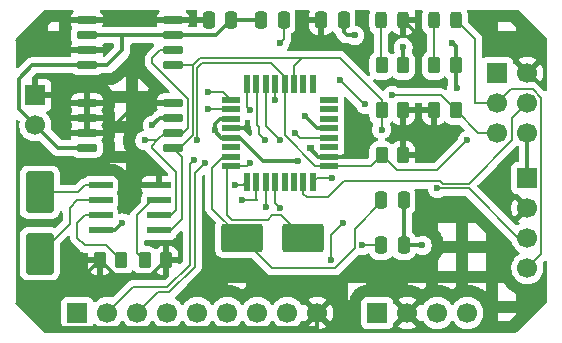
<source format=gtl>
%TF.GenerationSoftware,KiCad,Pcbnew,9.0.4*%
%TF.CreationDate,2025-09-27T01:25:33+08:00*%
%TF.ProjectId,KiCAD_Proj (MCU datalogger),4b694341-445f-4507-926f-6a20284d4355,rev?*%
%TF.SameCoordinates,Original*%
%TF.FileFunction,Copper,L1,Top*%
%TF.FilePolarity,Positive*%
%FSLAX46Y46*%
G04 Gerber Fmt 4.6, Leading zero omitted, Abs format (unit mm)*
G04 Created by KiCad (PCBNEW 9.0.4) date 2025-09-27 01:25:33*
%MOMM*%
%LPD*%
G01*
G04 APERTURE LIST*
G04 Aperture macros list*
%AMRoundRect*
0 Rectangle with rounded corners*
0 $1 Rounding radius*
0 $2 $3 $4 $5 $6 $7 $8 $9 X,Y pos of 4 corners*
0 Add a 4 corners polygon primitive as box body*
4,1,4,$2,$3,$4,$5,$6,$7,$8,$9,$2,$3,0*
0 Add four circle primitives for the rounded corners*
1,1,$1+$1,$2,$3*
1,1,$1+$1,$4,$5*
1,1,$1+$1,$6,$7*
1,1,$1+$1,$8,$9*
0 Add four rect primitives between the rounded corners*
20,1,$1+$1,$2,$3,$4,$5,0*
20,1,$1+$1,$4,$5,$6,$7,0*
20,1,$1+$1,$6,$7,$8,$9,0*
20,1,$1+$1,$8,$9,$2,$3,0*%
G04 Aperture macros list end*
%TA.AperFunction,SMDPad,CuDef*%
%ADD10RoundRect,0.076250X-0.768750X-0.228750X0.768750X-0.228750X0.768750X0.228750X-0.768750X0.228750X0*%
%TD*%
%TA.AperFunction,ComponentPad*%
%ADD11C,1.700000*%
%TD*%
%TA.AperFunction,ComponentPad*%
%ADD12R,1.700000X1.700000*%
%TD*%
%TA.AperFunction,SMDPad,CuDef*%
%ADD13RoundRect,0.250000X0.262500X0.450000X-0.262500X0.450000X-0.262500X-0.450000X0.262500X-0.450000X0*%
%TD*%
%TA.AperFunction,SMDPad,CuDef*%
%ADD14RoundRect,0.243750X-0.243750X-0.456250X0.243750X-0.456250X0.243750X0.456250X-0.243750X0.456250X0*%
%TD*%
%TA.AperFunction,SMDPad,CuDef*%
%ADD15RoundRect,0.250000X-0.262500X-0.450000X0.262500X-0.450000X0.262500X0.450000X-0.262500X0.450000X0*%
%TD*%
%TA.AperFunction,SMDPad,CuDef*%
%ADD16RoundRect,0.250001X1.499999X0.949999X-1.499999X0.949999X-1.499999X-0.949999X1.499999X-0.949999X0*%
%TD*%
%TA.AperFunction,SMDPad,CuDef*%
%ADD17RoundRect,0.250001X0.949999X-1.499999X0.949999X1.499999X-0.949999X1.499999X-0.949999X-1.499999X0*%
%TD*%
%TA.AperFunction,SMDPad,CuDef*%
%ADD18RoundRect,0.073750X-0.911250X-0.221250X0.911250X-0.221250X0.911250X0.221250X-0.911250X0.221250X0*%
%TD*%
%TA.AperFunction,SMDPad,CuDef*%
%ADD19RoundRect,0.250000X-0.250000X-0.475000X0.250000X-0.475000X0.250000X0.475000X-0.250000X0.475000X0*%
%TD*%
%TA.AperFunction,SMDPad,CuDef*%
%ADD20RoundRect,0.250000X0.250000X0.475000X-0.250000X0.475000X-0.250000X-0.475000X0.250000X-0.475000X0*%
%TD*%
%TA.AperFunction,SMDPad,CuDef*%
%ADD21RoundRect,0.068750X-0.666250X-0.206250X0.666250X-0.206250X0.666250X0.206250X-0.666250X0.206250X0*%
%TD*%
%TA.AperFunction,SMDPad,CuDef*%
%ADD22RoundRect,0.068750X-0.206250X-0.666250X0.206250X-0.666250X0.206250X0.666250X-0.206250X0.666250X0*%
%TD*%
%TA.AperFunction,ViaPad*%
%ADD23C,0.600000*%
%TD*%
%TA.AperFunction,Conductor*%
%ADD24C,0.350000*%
%TD*%
%TA.AperFunction,Conductor*%
%ADD25C,0.200000*%
%TD*%
G04 APERTURE END LIST*
D10*
%TO.P,U3,8,VCC*%
%TO.N,/Vcc*%
X105240000Y-78740000D03*
%TO.P,U3,7,WP*%
%TO.N,GND*%
X105240000Y-80010000D03*
%TO.P,U3,6,SCL*%
%TO.N,/SCK*%
X105240000Y-81280000D03*
%TO.P,U3,5,SDA*%
%TO.N,/SDA*%
X105240000Y-82550000D03*
%TO.P,U3,4,GND*%
%TO.N,GND*%
X97960000Y-82550000D03*
%TO.P,U3,3,A2*%
%TO.N,/Vcc*%
X97960000Y-81280000D03*
%TO.P,U3,2,A1*%
%TO.N,GND*%
X97960000Y-80010000D03*
%TO.P,U3,1,A0*%
%TO.N,/Vcc*%
X97960000Y-78740000D03*
%TD*%
D11*
%TO.P,BT1,2,-*%
%TO.N,GND*%
X93599000Y-87630000D03*
D12*
%TO.P,BT1,1,+*%
%TO.N,/Vcc*%
X93599000Y-85090000D03*
%TD*%
D13*
%TO.P,R5,2*%
%TO.N,Net-(D1-K)*%
X127357500Y-82550000D03*
%TO.P,R5,1*%
%TO.N,GND*%
X129182500Y-82550000D03*
%TD*%
D14*
%TO.P,D1,1,K*%
%TO.N,Net-(D1-K)*%
X127332500Y-78740000D03*
%TO.P,D1,2,A*%
%TO.N,/SCK*%
X129207500Y-78740000D03*
%TD*%
D15*
%TO.P,R6,2*%
%TO.N,/RESET*%
X129182500Y-86360000D03*
%TO.P,R6,1*%
%TO.N,/Vcc*%
X127357500Y-86360000D03*
%TD*%
D14*
%TO.P,D2,2,A*%
%TO.N,/Vcc*%
X124762500Y-78740000D03*
%TO.P,D2,1,K*%
%TO.N,Net-(D2-K)*%
X122887500Y-78740000D03*
%TD*%
D16*
%TO.P,Y2,1,1*%
%TO.N,Net-(U4-PB7)*%
X116265000Y-97155000D03*
%TO.P,Y2,2,2*%
%TO.N,Net-(U4-PB6)*%
X111065000Y-97155000D03*
%TD*%
D17*
%TO.P,Y1,1,1*%
%TO.N,Net-(U2-X2)*%
X93980000Y-98485000D03*
%TO.P,Y1,2,2*%
%TO.N,Net-(U2-X1)*%
X93980000Y-93285000D03*
%TD*%
D18*
%TO.P,U2,1,X1*%
%TO.N,Net-(U2-X1)*%
X99125000Y-92710000D03*
%TO.P,U2,2,X2*%
%TO.N,Net-(U2-X2)*%
X99125000Y-93980000D03*
%TO.P,U2,3,~{INTA}*%
%TO.N,Net-(U2-~{INTA})*%
X99125000Y-95250000D03*
%TO.P,U2,4,GND*%
%TO.N,GND*%
X99125000Y-96520000D03*
%TO.P,U2,5,SDA*%
%TO.N,/SDA*%
X104075000Y-96520000D03*
%TO.P,U2,6,SCL*%
%TO.N,/SCK*%
X104075000Y-95250000D03*
%TO.P,U2,7,SQW/~INT*%
%TO.N,Net-(U2-SQW{slash}~INT)*%
X104075000Y-93980000D03*
%TO.P,U2,8,VCC*%
%TO.N,/Vcc*%
X104075000Y-92710000D03*
%TD*%
D15*
%TO.P,R7,1*%
%TO.N,Net-(D2-K)*%
X122912500Y-82550000D03*
%TO.P,R7,2*%
%TO.N,GND*%
X124737500Y-82550000D03*
%TD*%
D13*
%TO.P,R4,1*%
%TO.N,/Vcc*%
X124737500Y-86360000D03*
%TO.P,R4,2*%
%TO.N,/SDA*%
X122912500Y-86360000D03*
%TD*%
%TO.P,R3,1*%
%TO.N,/Vcc*%
X124737500Y-90170000D03*
%TO.P,R3,2*%
%TO.N,/SCK*%
X122912500Y-90170000D03*
%TD*%
%TO.P,R2,1*%
%TO.N,/Vcc*%
X104695000Y-99060000D03*
%TO.P,R2,2*%
%TO.N,Net-(U2-SQW{slash}~INT)*%
X102870000Y-99060000D03*
%TD*%
D15*
%TO.P,R1,1*%
%TO.N,/Vcc*%
X99060000Y-99060000D03*
%TO.P,R1,2*%
%TO.N,Net-(U2-~{INTA})*%
X100885000Y-99060000D03*
%TD*%
D12*
%TO.P,J4,1,Pin_1*%
%TO.N,/MISO*%
X132715000Y-83185000D03*
D11*
%TO.P,J4,2,Pin_2*%
%TO.N,/Vcc*%
X135255000Y-83185000D03*
%TO.P,J4,3,Pin_3*%
%TO.N,/SCK*%
X132715000Y-85725000D03*
%TO.P,J4,4,Pin_4*%
%TO.N,/MOSI*%
X135255000Y-85725000D03*
%TO.P,J4,5,Pin_5*%
%TO.N,/RESET*%
X132715000Y-88265000D03*
%TO.P,J4,6,Pin_6*%
%TO.N,GND*%
X135255000Y-88265000D03*
%TD*%
D12*
%TO.P,J3,1,Pin_1*%
%TO.N,GND*%
X122555000Y-103505000D03*
D11*
%TO.P,J3,2,Pin_2*%
%TO.N,/Vcc*%
X125095000Y-103505000D03*
%TO.P,J3,3,Pin_3*%
%TO.N,/RX*%
X127635000Y-103505000D03*
%TO.P,J3,4,Pin_4*%
%TO.N,/TX*%
X130175000Y-103505000D03*
%TD*%
D12*
%TO.P,J2,1,Pin_1*%
%TO.N,/D2*%
X97155000Y-103505000D03*
D11*
%TO.P,J2,2,Pin_2*%
%TO.N,/D3*%
X99695000Y-103505000D03*
%TO.P,J2,3,Pin_3*%
%TO.N,/D4*%
X102235000Y-103505000D03*
%TO.P,J2,4,Pin_4*%
%TO.N,/D5*%
X104775000Y-103505000D03*
%TO.P,J2,5,Pin_5*%
%TO.N,/D6*%
X107315000Y-103505000D03*
%TO.P,J2,6,Pin_6*%
%TO.N,/D7*%
X109855000Y-103505000D03*
%TO.P,J2,7,Pin_7*%
%TO.N,/D8*%
X112395000Y-103505000D03*
%TO.P,J2,8,Pin_8*%
%TO.N,GND*%
X114935000Y-103505000D03*
%TO.P,J2,9,Pin_9*%
%TO.N,/Vcc*%
X117475000Y-103505000D03*
%TD*%
D12*
%TO.P,J1,1,Pin_1*%
%TO.N,GND*%
X135255000Y-92075000D03*
D11*
%TO.P,J1,2,Pin_2*%
%TO.N,/Vcc*%
X135255000Y-94615000D03*
%TO.P,J1,3,Pin_3*%
%TO.N,/SDA*%
X135255000Y-97155000D03*
%TO.P,J1,4,Pin_4*%
%TO.N,/SCK*%
X135255000Y-99695000D03*
%TD*%
D19*
%TO.P,C5,1*%
%TO.N,/Vcc*%
X117795000Y-78740000D03*
%TO.P,C5,2*%
%TO.N,GND*%
X119695000Y-78740000D03*
%TD*%
D20*
%TO.P,C4,1*%
%TO.N,GND*%
X124775000Y-97790000D03*
%TO.P,C4,2*%
%TO.N,Net-(U4-AREF)*%
X122875000Y-97790000D03*
%TD*%
D19*
%TO.P,C3,1*%
%TO.N,GND*%
X112715000Y-78740000D03*
%TO.P,C3,2*%
%TO.N,Net-(U4-PB7)*%
X114615000Y-78740000D03*
%TD*%
D20*
%TO.P,C2,1*%
%TO.N,GND*%
X124775000Y-93980000D03*
%TO.P,C2,2*%
%TO.N,Net-(U4-PB6)*%
X122875000Y-93980000D03*
%TD*%
D19*
%TO.P,C1,1*%
%TO.N,/Vcc*%
X108270000Y-78740000D03*
%TO.P,C1,2*%
%TO.N,GND*%
X110170000Y-78740000D03*
%TD*%
D21*
%TO.P,U4,1,PD3*%
%TO.N,/D3*%
X110130000Y-85465000D03*
%TO.P,U4,2,PD4*%
%TO.N,/D4*%
X110130000Y-86265000D03*
%TO.P,U4,3,GND*%
%TO.N,GND*%
X110130000Y-87065000D03*
%TO.P,U4,4,VCC*%
%TO.N,/Vcc*%
X110130000Y-87865000D03*
%TO.P,U4,5,GND*%
%TO.N,GND*%
X110130000Y-88665000D03*
%TO.P,U4,6,VCC*%
%TO.N,unconnected-(U4-VCC-Pad6)*%
X110130000Y-89465000D03*
%TO.P,U4,7,PB6*%
%TO.N,Net-(U4-PB6)*%
X110130000Y-90265000D03*
%TO.P,U4,8,PB7*%
%TO.N,Net-(U4-PB7)*%
X110130000Y-91065000D03*
D22*
%TO.P,U4,9,PD5*%
%TO.N,/D5*%
X111500000Y-92435000D03*
%TO.P,U4,10,PD6*%
%TO.N,/D6*%
X112300000Y-92435000D03*
%TO.P,U4,11,PD7*%
%TO.N,/D7*%
X113100000Y-92435000D03*
%TO.P,U4,12,PB0*%
%TO.N,/D8*%
X113900000Y-92435000D03*
%TO.P,U4,13,PB1*%
%TO.N,unconnected-(U4-PB1-Pad13)*%
X114700000Y-92435000D03*
%TO.P,U4,14,PB2*%
%TO.N,unconnected-(U4-PB2-Pad14)*%
X115500000Y-92435000D03*
%TO.P,U4,15,PB3*%
%TO.N,/MOSI*%
X116300000Y-92435000D03*
%TO.P,U4,16,PB4*%
%TO.N,/MISO*%
X117100000Y-92435000D03*
D21*
%TO.P,U4,17,PB5*%
%TO.N,/SCK*%
X118470000Y-91065000D03*
%TO.P,U4,18,AVCC*%
%TO.N,/Vcc*%
X118470000Y-90265000D03*
%TO.P,U4,19,ADC6*%
%TO.N,unconnected-(U4-ADC6-Pad19)*%
X118470000Y-89465000D03*
%TO.P,U4,20,AREF*%
%TO.N,Net-(U4-AREF)*%
X118470000Y-88665000D03*
%TO.P,U4,21,GND*%
%TO.N,GND*%
X118470000Y-87865000D03*
%TO.P,U4,22,ADC7*%
%TO.N,unconnected-(U4-ADC7-Pad22)*%
X118470000Y-87065000D03*
%TO.P,U4,23,PC0*%
%TO.N,unconnected-(U4-PC0-Pad23)*%
X118470000Y-86265000D03*
%TO.P,U4,24,PC1*%
%TO.N,unconnected-(U4-PC1-Pad24)*%
X118470000Y-85465000D03*
D22*
%TO.P,U4,25,PC2*%
%TO.N,unconnected-(U4-PC2-Pad25)*%
X117100000Y-84095000D03*
%TO.P,U4,26,PC3*%
%TO.N,unconnected-(U4-PC3-Pad26)*%
X116300000Y-84095000D03*
%TO.P,U4,27,PC4*%
%TO.N,/SDA*%
X115500000Y-84095000D03*
%TO.P,U4,28,PC5*%
%TO.N,/SCK*%
X114700000Y-84095000D03*
%TO.P,U4,29,PC6/~{RESET}*%
%TO.N,/RESET*%
X113900000Y-84095000D03*
%TO.P,U4,30,PD0*%
%TO.N,/RX*%
X113100000Y-84095000D03*
%TO.P,U4,31,PD1*%
%TO.N,/TX*%
X112300000Y-84095000D03*
%TO.P,U4,32,PD2*%
%TO.N,/D2*%
X111500000Y-84095000D03*
%TD*%
D10*
%TO.P,U1,1,A0*%
%TO.N,/Vcc*%
X97960000Y-85725000D03*
%TO.P,U1,2,A1*%
X97960000Y-86995000D03*
%TO.P,U1,3,A2*%
X97960000Y-88265000D03*
%TO.P,U1,4,GND*%
%TO.N,GND*%
X97960000Y-89535000D03*
%TO.P,U1,5,SDA*%
%TO.N,/SDA*%
X105240000Y-89535000D03*
%TO.P,U1,6,SCL*%
%TO.N,/SCK*%
X105240000Y-88265000D03*
%TO.P,U1,7,WP*%
%TO.N,GND*%
X105240000Y-86995000D03*
%TO.P,U1,8,VCC*%
%TO.N,/Vcc*%
X105240000Y-85725000D03*
%TD*%
D23*
%TO.N,GND*%
X116459000Y-86868000D03*
%TO.N,/Vcc*%
X101981000Y-92710000D03*
X105537000Y-97536000D03*
X101727000Y-82042000D03*
X99695000Y-81153000D03*
%TO.N,GND*%
X129286000Y-84455000D03*
X118618000Y-99045000D03*
X119634000Y-95885000D03*
X115824000Y-90678000D03*
X108822606Y-88037411D03*
%TO.N,/D4*%
X108204000Y-86233000D03*
X107950000Y-90805000D03*
%TO.N,/D3*%
X108204000Y-84836000D03*
X107061000Y-90551000D03*
%TO.N,/MISO*%
X118745000Y-92075000D03*
%TO.N,GND*%
X103505000Y-87630000D03*
X100965000Y-95885000D03*
X126365000Y-97790000D03*
%TO.N,/RESET*%
X123825000Y-85090000D03*
%TO.N,/Vcc*%
X120650000Y-89535000D03*
X125730000Y-80010000D03*
%TO.N,GND*%
X120650000Y-80010000D03*
X128905000Y-80645000D03*
X124737500Y-81026000D03*
%TO.N,/RESET*%
X121539000Y-85852000D03*
X119380000Y-83820000D03*
X113900000Y-85490000D03*
%TO.N,/SCK*%
X130175000Y-88900000D03*
%TO.N,/Vcc*%
X126365000Y-88900000D03*
%TO.N,/SDA*%
X122912500Y-87987500D03*
X127635000Y-92964000D03*
%TO.N,Net-(U4-AREF)*%
X121285000Y-97790000D03*
%TO.N,/Vcc*%
X116840000Y-89535000D03*
%TO.N,Net-(U4-AREF)*%
X115570000Y-88265000D03*
%TO.N,/TX*%
X113030000Y-88900000D03*
%TO.N,/RX*%
X114300000Y-88900000D03*
%TO.N,/Vcc*%
X111633000Y-87865000D03*
%TO.N,Net-(U4-PB7)*%
X114300000Y-80645000D03*
X111760000Y-90805000D03*
%TO.N,/D2*%
X111760000Y-86360000D03*
%TO.N,/D8*%
X114300000Y-94615000D03*
%TO.N,/D7*%
X113100000Y-94545000D03*
%TO.N,/D6*%
X111125000Y-93980000D03*
%TO.N,/D5*%
X110490000Y-92710000D03*
%TO.N,/SCK*%
X107315000Y-88900000D03*
X102870000Y-88900000D03*
%TO.N,/Vcc*%
X116840000Y-78740000D03*
%TD*%
D24*
%TO.N,/Vcc*%
X111633000Y-87865000D02*
X110130000Y-87865000D01*
D25*
%TO.N,/TX*%
X112522000Y-88392000D02*
X113030000Y-88900000D01*
X112395000Y-87630000D02*
X112522000Y-87757000D01*
X112522000Y-87757000D02*
X112522000Y-88392000D01*
X112395000Y-84190000D02*
X112395000Y-87630000D01*
X112300000Y-84095000D02*
X112395000Y-84190000D01*
%TO.N,/RESET*%
X121412000Y-85852000D02*
X121539000Y-85852000D01*
X119380000Y-83820000D02*
X121412000Y-85852000D01*
D24*
%TO.N,GND*%
X135255000Y-92075000D02*
X135255000Y-88265000D01*
D25*
%TO.N,/SCK*%
X130810000Y-85725000D02*
X132715000Y-85725000D01*
X130810000Y-80342500D02*
X130810000Y-85725000D01*
X129207500Y-78740000D02*
X130810000Y-80342500D01*
D24*
%TO.N,GND*%
X117456000Y-87865000D02*
X118470000Y-87865000D01*
X116459000Y-86868000D02*
X117456000Y-87865000D01*
D25*
%TO.N,/MOSI*%
X118364000Y-93726000D02*
X119727000Y-92363000D01*
X119727000Y-92363000D02*
X127883943Y-92363000D01*
X116586000Y-93726000D02*
X118364000Y-93726000D01*
X116300000Y-93440000D02*
X116586000Y-93726000D01*
X127883943Y-92363000D02*
X128083943Y-92563000D01*
X128083943Y-92563000D02*
X130282760Y-92563000D01*
X133985000Y-86995000D02*
X135255000Y-85725000D01*
X116300000Y-92435000D02*
X116300000Y-93440000D01*
X130282760Y-92563000D02*
X133985000Y-88860760D01*
X133985000Y-88860760D02*
X133985000Y-86995000D01*
%TO.N,/SDA*%
X134493000Y-97155000D02*
X135255000Y-97155000D01*
X130302000Y-92964000D02*
X134493000Y-97155000D01*
X127635000Y-92964000D02*
X130302000Y-92964000D01*
%TO.N,/D4*%
X104941100Y-101747000D02*
X107081000Y-99607100D01*
X103993000Y-101747000D02*
X104941100Y-101747000D01*
X107081000Y-99607100D02*
X107081000Y-91674000D01*
X102235000Y-103505000D02*
X103993000Y-101747000D01*
X107081000Y-91674000D02*
X107950000Y-90805000D01*
%TO.N,/SCK*%
X114700000Y-83497688D02*
X114700000Y-84095000D01*
X107735100Y-82316000D02*
X113518312Y-82316000D01*
X113518312Y-82316000D02*
X114700000Y-83497688D01*
X107315000Y-88900000D02*
X107315000Y-82736100D01*
X107315000Y-82736100D02*
X107735100Y-82316000D01*
%TO.N,/SDA*%
X106934000Y-82550000D02*
X105240000Y-82550000D01*
X107569000Y-81915000D02*
X106934000Y-82550000D01*
X116205000Y-81915000D02*
X107569000Y-81915000D01*
X106914000Y-82570000D02*
X106934000Y-82550000D01*
X106914000Y-88451057D02*
X106914000Y-82570000D01*
X105240000Y-89535000D02*
X105830057Y-89535000D01*
X105830057Y-89535000D02*
X106914000Y-88451057D01*
D24*
%TO.N,GND*%
X129182500Y-82550000D02*
X129182500Y-84351500D01*
D25*
X118618000Y-96901000D02*
X118618000Y-99045000D01*
X119634000Y-95885000D02*
X118618000Y-96901000D01*
%TO.N,Net-(U4-PB6)*%
X122875000Y-94137500D02*
X122875000Y-93980000D01*
X120650000Y-98044000D02*
X120650000Y-96362500D01*
X118999000Y-99695000D02*
X120650000Y-98044000D01*
X120650000Y-96362500D02*
X122875000Y-94137500D01*
X113605000Y-99695000D02*
X118999000Y-99695000D01*
X111065000Y-97155000D02*
X113605000Y-99695000D01*
D24*
%TO.N,GND*%
X110904088Y-88665000D02*
X110130000Y-88665000D01*
X112917088Y-90678000D02*
X110904088Y-88665000D01*
X115824000Y-90678000D02*
X112917088Y-90678000D01*
D25*
%TO.N,/SCK*%
X117314943Y-91065000D02*
X118470000Y-91065000D01*
X114700000Y-88450057D02*
X117314943Y-91065000D01*
X114700000Y-84095000D02*
X114700000Y-88450057D01*
%TO.N,/D4*%
X108236000Y-86265000D02*
X110130000Y-86265000D01*
X108204000Y-86233000D02*
X108236000Y-86265000D01*
%TO.N,/D3*%
X109501000Y-84836000D02*
X108204000Y-84836000D01*
X110130000Y-85465000D02*
X109501000Y-84836000D01*
D24*
%TO.N,GND*%
X109277000Y-87065000D02*
X110130000Y-87065000D01*
X109355912Y-88665000D02*
X110130000Y-88665000D01*
X108822606Y-88131694D02*
X109355912Y-88665000D01*
X108822606Y-88037411D02*
X108822606Y-88131694D01*
X108822606Y-87519394D02*
X109277000Y-87065000D01*
X108822606Y-88037411D02*
X108822606Y-87519394D01*
D25*
%TO.N,/D4*%
X107950000Y-90805000D02*
X108077000Y-90678000D01*
%TO.N,/D3*%
X106680000Y-99441000D02*
X106680000Y-90932000D01*
X106680000Y-90932000D02*
X107061000Y-90551000D01*
X104775000Y-101346000D02*
X106680000Y-99441000D01*
X101854000Y-101346000D02*
X104775000Y-101346000D01*
X99695000Y-103505000D02*
X101854000Y-101346000D01*
%TO.N,/SCK*%
X105060000Y-95250000D02*
X104075000Y-95250000D01*
X105537000Y-91567000D02*
X105537000Y-94773000D01*
X103505000Y-89535000D02*
X105537000Y-91567000D01*
X105537000Y-94773000D02*
X105060000Y-95250000D01*
X103505000Y-89333124D02*
X103505000Y-89535000D01*
X103938124Y-88900000D02*
X103505000Y-89333124D01*
X104140000Y-81280000D02*
X105240000Y-81280000D01*
X103505000Y-81915000D02*
X104140000Y-81280000D01*
X103505000Y-82386164D02*
X103505000Y-81915000D01*
X106513000Y-85394164D02*
X103505000Y-82386164D01*
X106513000Y-87836999D02*
X106513000Y-85394164D01*
X106084999Y-88265000D02*
X106513000Y-87836999D01*
X105240000Y-88265000D02*
X106084999Y-88265000D01*
X136456000Y-98494000D02*
X135255000Y-99695000D01*
X135731760Y-84574000D02*
X136456000Y-85298240D01*
X133866000Y-84574000D02*
X135731760Y-84574000D01*
X136456000Y-85298240D02*
X136456000Y-98494000D01*
X132715000Y-85725000D02*
X133866000Y-84574000D01*
D24*
%TO.N,GND*%
X93345000Y-82550000D02*
X97960000Y-82550000D01*
X92202000Y-83693000D02*
X93345000Y-82550000D01*
X92202000Y-86233000D02*
X92202000Y-83693000D01*
X93599000Y-87630000D02*
X92202000Y-86233000D01*
%TO.N,/Vcc*%
X124737500Y-86360000D02*
X127357500Y-86360000D01*
X124737500Y-88265000D02*
X124737500Y-90170000D01*
X124737500Y-88265000D02*
X124737500Y-86360000D01*
X126365000Y-88900000D02*
X125730000Y-88265000D01*
X125730000Y-88265000D02*
X124737500Y-88265000D01*
%TO.N,GND*%
X124737500Y-81026000D02*
X124737500Y-82550000D01*
X97960000Y-89535000D02*
X95504000Y-89535000D01*
X95504000Y-89535000D02*
X93599000Y-87630000D01*
D25*
%TO.N,/MISO*%
X117460000Y-92075000D02*
X118745000Y-92075000D01*
X117100000Y-92435000D02*
X117460000Y-92075000D01*
D24*
%TO.N,GND*%
X104140000Y-86995000D02*
X103505000Y-87630000D01*
X105240000Y-86995000D02*
X104140000Y-86995000D01*
X100330000Y-96520000D02*
X100965000Y-95885000D01*
X99125000Y-96520000D02*
X100330000Y-96520000D01*
X124775000Y-97790000D02*
X126365000Y-97790000D01*
D25*
%TO.N,/RESET*%
X127912500Y-85090000D02*
X129182500Y-86360000D01*
X123825000Y-85090000D02*
X127912500Y-85090000D01*
%TO.N,/SDA*%
X122912500Y-85447500D02*
X122912500Y-86360000D01*
X119380000Y-81915000D02*
X122912500Y-85447500D01*
X116205000Y-81915000D02*
X119380000Y-81915000D01*
D24*
%TO.N,/Vcc*%
X119920000Y-90265000D02*
X120650000Y-89535000D01*
X118470000Y-90265000D02*
X119920000Y-90265000D01*
X125730000Y-79707500D02*
X125730000Y-80010000D01*
X124762500Y-78740000D02*
X125730000Y-79707500D01*
%TO.N,GND*%
X120015000Y-80010000D02*
X120650000Y-80010000D01*
X119695000Y-79690000D02*
X120015000Y-80010000D01*
X119695000Y-78740000D02*
X119695000Y-79690000D01*
X129182500Y-80922500D02*
X128905000Y-80645000D01*
X129182500Y-82550000D02*
X129182500Y-80922500D01*
D25*
%TO.N,/RESET*%
X113900000Y-84095000D02*
X113900000Y-85490000D01*
X131087500Y-88265000D02*
X132715000Y-88265000D01*
X129182500Y-86360000D02*
X131087500Y-88265000D01*
%TO.N,/SCK*%
X122017500Y-91065000D02*
X118470000Y-91065000D01*
X122912500Y-90170000D02*
X122017500Y-91065000D01*
X124182500Y-91440000D02*
X122912500Y-90170000D01*
X127635000Y-91440000D02*
X124182500Y-91440000D01*
X130175000Y-88900000D02*
X127635000Y-91440000D01*
%TO.N,/SDA*%
X122912500Y-86360000D02*
X122912500Y-87987500D01*
%TO.N,Net-(U4-AREF)*%
X122875000Y-97790000D02*
X121285000Y-97790000D01*
D24*
%TO.N,/Vcc*%
X117570000Y-90265000D02*
X116840000Y-89535000D01*
X118470000Y-90265000D02*
X117570000Y-90265000D01*
D25*
%TO.N,Net-(U4-AREF)*%
X115970000Y-88665000D02*
X115570000Y-88265000D01*
X118470000Y-88665000D02*
X115970000Y-88665000D01*
%TO.N,/RX*%
X113100000Y-87700000D02*
X114300000Y-88900000D01*
X113100000Y-84095000D02*
X113100000Y-87700000D01*
%TO.N,Net-(U4-PB7)*%
X114615000Y-80330000D02*
X114300000Y-80645000D01*
X114615000Y-78740000D02*
X114615000Y-80330000D01*
X111500000Y-91065000D02*
X111760000Y-90805000D01*
X110130000Y-91065000D02*
X111500000Y-91065000D01*
%TO.N,/D2*%
X111500000Y-86100000D02*
X111760000Y-86360000D01*
X111500000Y-84095000D02*
X111500000Y-86100000D01*
%TO.N,/D8*%
X113900000Y-94215000D02*
X114300000Y-94615000D01*
X113900000Y-92435000D02*
X113900000Y-94215000D01*
%TO.N,/D7*%
X113100000Y-92435000D02*
X113100000Y-94545000D01*
%TO.N,/D6*%
X112395000Y-93980000D02*
X111125000Y-93980000D01*
X112300000Y-93885000D02*
X112395000Y-93980000D01*
X112300000Y-92435000D02*
X112300000Y-93885000D01*
%TO.N,/D5*%
X111225000Y-92710000D02*
X110490000Y-92710000D01*
X111500000Y-92435000D02*
X111225000Y-92710000D01*
%TO.N,Net-(U4-PB7)*%
X114360000Y-95250000D02*
X116265000Y-97155000D01*
X113665000Y-95250000D02*
X114360000Y-95250000D01*
X113261000Y-95654000D02*
X113665000Y-95250000D01*
X110259000Y-95654000D02*
X113261000Y-95654000D01*
X109855000Y-95250000D02*
X110259000Y-95654000D01*
X109855000Y-91340000D02*
X109855000Y-95250000D01*
X110130000Y-91065000D02*
X109855000Y-91340000D01*
%TO.N,Net-(U4-PB6)*%
X108585000Y-91212688D02*
X108585000Y-94675000D01*
X109532688Y-90265000D02*
X108585000Y-91212688D01*
X110130000Y-90265000D02*
X109532688Y-90265000D01*
X108585000Y-94675000D02*
X111065000Y-97155000D01*
%TO.N,/SDA*%
X115500000Y-82620000D02*
X116205000Y-81915000D01*
X115500000Y-84095000D02*
X115500000Y-82620000D01*
%TO.N,/SCK*%
X103938124Y-88900000D02*
X102870000Y-88900000D01*
X104573124Y-88265000D02*
X103938124Y-88900000D01*
X105240000Y-88265000D02*
X104573124Y-88265000D01*
D24*
%TO.N,/Vcc*%
X117795000Y-78740000D02*
X116840000Y-78740000D01*
D25*
%TO.N,Net-(U4-PB6)*%
X122875000Y-94295000D02*
X122875000Y-93980000D01*
D24*
%TO.N,GND*%
X124775000Y-93980000D02*
X124775000Y-97790000D01*
D25*
%TO.N,Net-(D1-K)*%
X127332500Y-78740000D02*
X127332500Y-82525000D01*
X127332500Y-82525000D02*
X127357500Y-82550000D01*
%TO.N,Net-(D2-K)*%
X122887500Y-82525000D02*
X122912500Y-82550000D01*
X122887500Y-78740000D02*
X122887500Y-82525000D01*
D24*
%TO.N,/Vcc*%
X108270000Y-78740000D02*
X105240000Y-78740000D01*
%TO.N,GND*%
X110170000Y-78740000D02*
X112715000Y-78740000D01*
X108900000Y-80010000D02*
X110170000Y-78740000D01*
X105240000Y-80010000D02*
X108900000Y-80010000D01*
D25*
%TO.N,/SDA*%
X106045000Y-90340000D02*
X105240000Y-89535000D01*
X105060000Y-96520000D02*
X106045000Y-95535000D01*
X104075000Y-96520000D02*
X105060000Y-96520000D01*
X106045000Y-95535000D02*
X106045000Y-90340000D01*
%TO.N,Net-(U2-SQW{slash}~INT)*%
X103505000Y-93980000D02*
X102235000Y-95250000D01*
X104075000Y-93980000D02*
X103505000Y-93980000D01*
X102235000Y-98425000D02*
X102235000Y-95250000D01*
X102870000Y-99060000D02*
X102235000Y-98425000D01*
D24*
%TO.N,/Vcc*%
X100330000Y-100330000D02*
X103425000Y-100330000D01*
X103425000Y-100330000D02*
X104695000Y-99060000D01*
X99060000Y-99060000D02*
X100330000Y-100330000D01*
D25*
%TO.N,Net-(U2-~{INTA})*%
X99615000Y-97790000D02*
X100885000Y-99060000D01*
X97155000Y-97155000D02*
X97790000Y-97790000D01*
X97790000Y-97790000D02*
X99615000Y-97790000D01*
X97155000Y-95885000D02*
X97155000Y-97155000D01*
X97790000Y-95250000D02*
X97155000Y-95885000D01*
X99125000Y-95250000D02*
X97790000Y-95250000D01*
%TO.N,Net-(U2-X2)*%
X96520000Y-94615000D02*
X96520000Y-95945000D01*
X97155000Y-93980000D02*
X96520000Y-94615000D01*
X96520000Y-95945000D02*
X93980000Y-98485000D01*
X99125000Y-93980000D02*
X97155000Y-93980000D01*
%TO.N,Net-(U2-X1)*%
X97200377Y-93285000D02*
X93980000Y-93285000D01*
X97205458Y-93290081D02*
X97200377Y-93285000D01*
X97785539Y-92710000D02*
X97205458Y-93290081D01*
X99125000Y-92710000D02*
X97785539Y-92710000D01*
D24*
%TO.N,/Vcc*%
X99695000Y-88265000D02*
X102235000Y-85725000D01*
X102235000Y-85725000D02*
X105240000Y-85725000D01*
X97960000Y-88265000D02*
X99695000Y-88265000D01*
X97960000Y-86995000D02*
X97960000Y-88265000D01*
X97960000Y-85725000D02*
X97960000Y-86995000D01*
%TO.N,GND*%
X99695000Y-82550000D02*
X97960000Y-82550000D01*
X100965000Y-80010000D02*
X100965000Y-81280000D01*
X100965000Y-80010000D02*
X105240000Y-80010000D01*
X100965000Y-81280000D02*
X99695000Y-82550000D01*
X97960000Y-80010000D02*
X100965000Y-80010000D01*
%TO.N,/Vcc*%
X96520000Y-81280000D02*
X97960000Y-81280000D01*
X95885000Y-79375000D02*
X95885000Y-80645000D01*
X97960000Y-78740000D02*
X96520000Y-78740000D01*
X96520000Y-78740000D02*
X95885000Y-79375000D01*
X95885000Y-80645000D02*
X96520000Y-81280000D01*
D25*
X117441000Y-104809000D02*
X117475000Y-104775000D01*
D24*
X117475000Y-104775000D02*
X117475000Y-103505000D01*
X95250000Y-104140000D02*
X95885000Y-104775000D01*
X95885000Y-104809000D02*
X117441000Y-104809000D01*
D25*
X95885000Y-104775000D02*
X95885000Y-104809000D01*
D24*
X95250000Y-102870000D02*
X95250000Y-104140000D01*
X99060000Y-99060000D02*
X95250000Y-102870000D01*
%TO.N,GND*%
X129182500Y-84351500D02*
X129286000Y-84455000D01*
%TD*%
%TA.AperFunction,Conductor*%
%TO.N,/Vcc*%
G36*
X103629881Y-80713502D02*
G01*
X103676374Y-80767158D01*
X103686478Y-80837432D01*
X103656984Y-80902012D01*
X103650855Y-80908595D01*
X103018083Y-81541366D01*
X103018075Y-81541376D01*
X102937969Y-81680123D01*
X102937966Y-81680129D01*
X102930634Y-81707498D01*
X102930634Y-81707500D01*
X102911942Y-81777261D01*
X102896500Y-81834890D01*
X102896500Y-82466275D01*
X102902827Y-82489886D01*
X102902828Y-82489890D01*
X102937967Y-82621034D01*
X102937970Y-82621041D01*
X103018075Y-82759787D01*
X103018083Y-82759797D01*
X104955192Y-84696905D01*
X104989217Y-84759217D01*
X104984153Y-84830032D01*
X104941606Y-84886868D01*
X104875086Y-84911679D01*
X104866097Y-84912000D01*
X104432958Y-84912000D01*
X104318729Y-84927039D01*
X104176607Y-84985906D01*
X104054558Y-85079558D01*
X103960906Y-85201607D01*
X103902039Y-85343729D01*
X103887000Y-85457958D01*
X103887000Y-85471000D01*
X105114000Y-85471000D01*
X105182121Y-85491002D01*
X105228614Y-85544658D01*
X105240000Y-85597000D01*
X105240000Y-85853000D01*
X105219998Y-85921121D01*
X105166342Y-85967614D01*
X105114000Y-85979000D01*
X103887000Y-85979000D01*
X103887000Y-85992041D01*
X103902039Y-86106270D01*
X103941318Y-86201100D01*
X103948907Y-86271690D01*
X103917127Y-86335176D01*
X103873129Y-86365725D01*
X103816242Y-86389289D01*
X103816241Y-86389289D01*
X103704294Y-86464090D01*
X103673342Y-86495043D01*
X103609091Y-86559294D01*
X103609089Y-86559296D01*
X103354423Y-86813961D01*
X103292111Y-86847986D01*
X103289912Y-86848443D01*
X103269176Y-86852568D01*
X103269171Y-86852569D01*
X103122032Y-86913517D01*
X102989609Y-87001998D01*
X102989603Y-87002003D01*
X102877003Y-87114603D01*
X102876998Y-87114609D01*
X102808004Y-87217867D01*
X102788517Y-87247032D01*
X102727570Y-87394169D01*
X102719802Y-87433219D01*
X102696500Y-87550367D01*
X102696500Y-87709632D01*
X102704862Y-87751669D01*
X102727380Y-87864877D01*
X102727570Y-87865829D01*
X102727572Y-87865837D01*
X102759956Y-87944019D01*
X102767545Y-88014608D01*
X102735765Y-88078095D01*
X102674707Y-88114322D01*
X102668136Y-88115813D01*
X102652117Y-88119000D01*
X102634168Y-88122570D01*
X102634167Y-88122570D01*
X102562731Y-88152161D01*
X102487032Y-88183517D01*
X102354609Y-88271998D01*
X102354603Y-88272003D01*
X102242003Y-88384603D01*
X102241998Y-88384609D01*
X102229304Y-88403607D01*
X102153517Y-88517032D01*
X102092570Y-88664169D01*
X102091081Y-88671655D01*
X102061500Y-88820367D01*
X102061500Y-88979632D01*
X102071524Y-89030026D01*
X102092570Y-89135831D01*
X102153517Y-89282968D01*
X102241997Y-89415389D01*
X102241998Y-89415390D01*
X102242003Y-89415396D01*
X102354603Y-89527996D01*
X102354609Y-89528001D01*
X102354611Y-89528003D01*
X102487032Y-89616483D01*
X102634169Y-89677430D01*
X102790370Y-89708500D01*
X102829789Y-89708500D01*
X102897910Y-89728502D01*
X102938906Y-89771498D01*
X102956558Y-89802071D01*
X103018075Y-89908623D01*
X103018083Y-89908633D01*
X104801356Y-91691905D01*
X104835381Y-91754217D01*
X104830317Y-91825032D01*
X104787770Y-91881868D01*
X104721250Y-91906679D01*
X104712261Y-91907000D01*
X104329000Y-91907000D01*
X104329000Y-92584000D01*
X104308998Y-92652121D01*
X104255342Y-92698614D01*
X104203000Y-92710000D01*
X104075000Y-92710000D01*
X104075000Y-92838000D01*
X104054998Y-92906121D01*
X104001342Y-92952614D01*
X103949000Y-92964000D01*
X102582000Y-92964000D01*
X102582000Y-92969382D01*
X102596974Y-93083117D01*
X102655589Y-93224631D01*
X102688779Y-93267884D01*
X102714380Y-93334104D01*
X102700116Y-93403653D01*
X102688780Y-93421292D01*
X102655160Y-93465106D01*
X102655155Y-93465114D01*
X102596486Y-93606753D01*
X102581500Y-93720586D01*
X102581500Y-93990759D01*
X102561498Y-94058880D01*
X102544596Y-94079854D01*
X101748080Y-94876370D01*
X101748075Y-94876376D01*
X101667967Y-95015127D01*
X101667967Y-95015128D01*
X101658649Y-95049908D01*
X101630025Y-95156732D01*
X101593073Y-95217354D01*
X101529212Y-95248376D01*
X101458718Y-95239947D01*
X101438317Y-95228886D01*
X101421058Y-95217354D01*
X101347968Y-95168517D01*
X101200831Y-95107570D01*
X101119624Y-95091417D01*
X101044632Y-95076500D01*
X101044630Y-95076500D01*
X100885370Y-95076500D01*
X100885364Y-95076500D01*
X100768274Y-95099791D01*
X100697560Y-95093463D01*
X100641493Y-95049908D01*
X100618771Y-94992657D01*
X100610346Y-94928658D01*
X100603513Y-94876752D01*
X100544844Y-94735113D01*
X100544843Y-94735112D01*
X100544842Y-94735109D01*
X100511536Y-94691706D01*
X100485934Y-94625486D01*
X100500198Y-94555937D01*
X100511536Y-94538294D01*
X100514583Y-94534324D01*
X100544844Y-94494887D01*
X100603513Y-94353248D01*
X100618500Y-94239411D01*
X100618499Y-93720590D01*
X100618499Y-93720589D01*
X100618498Y-93720581D01*
X100612958Y-93678499D01*
X100603513Y-93606752D01*
X100544844Y-93465113D01*
X100544843Y-93465112D01*
X100544842Y-93465109D01*
X100511536Y-93421706D01*
X100485934Y-93355486D01*
X100500198Y-93285937D01*
X100511536Y-93268294D01*
X100544842Y-93224890D01*
X100544842Y-93224889D01*
X100544844Y-93224887D01*
X100603513Y-93083248D01*
X100618500Y-92969411D01*
X100618499Y-92450617D01*
X102582000Y-92450617D01*
X102582000Y-92456000D01*
X103821000Y-92456000D01*
X103821000Y-91907000D01*
X103125617Y-91907000D01*
X103011882Y-91921974D01*
X102870365Y-91980590D01*
X102748840Y-92073840D01*
X102655590Y-92195365D01*
X102596974Y-92336882D01*
X102582000Y-92450617D01*
X100618499Y-92450617D01*
X100618499Y-92450590D01*
X100603513Y-92336752D01*
X100544844Y-92195113D01*
X100544839Y-92195106D01*
X100451515Y-92073484D01*
X100329893Y-91980160D01*
X100329885Y-91980155D01*
X100188246Y-91921486D01*
X100114138Y-91911730D01*
X100074411Y-91906500D01*
X100074408Y-91906500D01*
X98175590Y-91906500D01*
X98175581Y-91906501D01*
X98073135Y-91919988D01*
X98061752Y-91921487D01*
X97920114Y-91980155D01*
X97920106Y-91980160D01*
X97795908Y-92075462D01*
X97729688Y-92101063D01*
X97719204Y-92101500D01*
X97705428Y-92101500D01*
X97622494Y-92123722D01*
X97550669Y-92142967D01*
X97550662Y-92142970D01*
X97460362Y-92195106D01*
X97454466Y-92198510D01*
X97433188Y-92210794D01*
X97411912Y-92223078D01*
X97411908Y-92223081D01*
X97298238Y-92336752D01*
X96995393Y-92639596D01*
X96933083Y-92673620D01*
X96906300Y-92676500D01*
X95814500Y-92676500D01*
X95746379Y-92656498D01*
X95699886Y-92602842D01*
X95688500Y-92550500D01*
X95688500Y-91734447D01*
X95677887Y-91630578D01*
X95677887Y-91630575D01*
X95622115Y-91462262D01*
X95529030Y-91311349D01*
X95529029Y-91311348D01*
X95529024Y-91311342D01*
X95403657Y-91185975D01*
X95403651Y-91185970D01*
X95301487Y-91122954D01*
X95252738Y-91092885D01*
X95084425Y-91037113D01*
X95084423Y-91037112D01*
X95084421Y-91037112D01*
X94980552Y-91026500D01*
X94980544Y-91026500D01*
X92979456Y-91026500D01*
X92979448Y-91026500D01*
X92875578Y-91037112D01*
X92707262Y-91092885D01*
X92707260Y-91092886D01*
X92556348Y-91185970D01*
X92556342Y-91185975D01*
X92430975Y-91311342D01*
X92430970Y-91311348D01*
X92337886Y-91462260D01*
X92337885Y-91462262D01*
X92282112Y-91630578D01*
X92271500Y-91734447D01*
X92271500Y-94835552D01*
X92271499Y-94835552D01*
X92282112Y-94939421D01*
X92282112Y-94939423D01*
X92282113Y-94939425D01*
X92337885Y-95107738D01*
X92405498Y-95217354D01*
X92430970Y-95258651D01*
X92430975Y-95258657D01*
X92556342Y-95384024D01*
X92556348Y-95384029D01*
X92556349Y-95384030D01*
X92707262Y-95477115D01*
X92875575Y-95532887D01*
X92903906Y-95535781D01*
X92979448Y-95543500D01*
X92979456Y-95543500D01*
X94980552Y-95543500D01*
X95049798Y-95536424D01*
X95084425Y-95532887D01*
X95252738Y-95477115D01*
X95403651Y-95384030D01*
X95529030Y-95258651D01*
X95622115Y-95107738D01*
X95665896Y-94975610D01*
X95706309Y-94917241D01*
X95771865Y-94889985D01*
X95841750Y-94902498D01*
X95893776Y-94950807D01*
X95911500Y-95015245D01*
X95911500Y-95640759D01*
X95891498Y-95708880D01*
X95874595Y-95729854D01*
X95351878Y-96252571D01*
X95289566Y-96286597D01*
X95223152Y-96283081D01*
X95084422Y-96237112D01*
X95084423Y-96237112D01*
X94980552Y-96226500D01*
X94980544Y-96226500D01*
X92979456Y-96226500D01*
X92979448Y-96226500D01*
X92875578Y-96237112D01*
X92707262Y-96292885D01*
X92707260Y-96292886D01*
X92556348Y-96385970D01*
X92556342Y-96385975D01*
X92430975Y-96511342D01*
X92430970Y-96511348D01*
X92337886Y-96662260D01*
X92337885Y-96662262D01*
X92282112Y-96830578D01*
X92271500Y-96934447D01*
X92271500Y-100035552D01*
X92271499Y-100035552D01*
X92282112Y-100139421D01*
X92282112Y-100139423D01*
X92282113Y-100139425D01*
X92337885Y-100307738D01*
X92430970Y-100458651D01*
X92430975Y-100458657D01*
X92556342Y-100584024D01*
X92556348Y-100584029D01*
X92556349Y-100584030D01*
X92707262Y-100677115D01*
X92875575Y-100732887D01*
X92903906Y-100735781D01*
X92979448Y-100743500D01*
X92979456Y-100743500D01*
X94980552Y-100743500D01*
X95049798Y-100736424D01*
X95084425Y-100732887D01*
X95252738Y-100677115D01*
X95403651Y-100584030D01*
X95529030Y-100458651D01*
X95622115Y-100307738D01*
X95677887Y-100139425D01*
X95685120Y-100068628D01*
X95688500Y-100035552D01*
X95688500Y-99560516D01*
X98039500Y-99560516D01*
X98050105Y-99664318D01*
X98050106Y-99664321D01*
X98105842Y-99832525D01*
X98198865Y-99983339D01*
X98198870Y-99983345D01*
X98324154Y-100108629D01*
X98324160Y-100108634D01*
X98474974Y-100201657D01*
X98643178Y-100257393D01*
X98643181Y-100257394D01*
X98746983Y-100267999D01*
X98746983Y-100268000D01*
X98806000Y-100268000D01*
X98806000Y-99314000D01*
X98039500Y-99314000D01*
X98039500Y-99560516D01*
X95688500Y-99560516D01*
X95688500Y-97689239D01*
X95708502Y-97621118D01*
X95725405Y-97600144D01*
X96331405Y-96994144D01*
X96393717Y-96960118D01*
X96464532Y-96965183D01*
X96521368Y-97007730D01*
X96546179Y-97074250D01*
X96546500Y-97083239D01*
X96546500Y-97235114D01*
X96554362Y-97264453D01*
X96554362Y-97264455D01*
X96554363Y-97264455D01*
X96587967Y-97389870D01*
X96587970Y-97389877D01*
X96668075Y-97528623D01*
X96668083Y-97528633D01*
X97416366Y-98276916D01*
X97416371Y-98276920D01*
X97416373Y-98276922D01*
X97416374Y-98276923D01*
X97416376Y-98276924D01*
X97490647Y-98319804D01*
X97534097Y-98344890D01*
X97555128Y-98357032D01*
X97709889Y-98398500D01*
X97709890Y-98398500D01*
X97870111Y-98398500D01*
X97916419Y-98398500D01*
X97984540Y-98418502D01*
X98031033Y-98472158D01*
X98041766Y-98537308D01*
X98039500Y-98559484D01*
X98039500Y-98806000D01*
X98934000Y-98806000D01*
X99002121Y-98826002D01*
X99048614Y-98879658D01*
X99060000Y-98932000D01*
X99060000Y-99060000D01*
X99188000Y-99060000D01*
X99256121Y-99080002D01*
X99302614Y-99133658D01*
X99314000Y-99186000D01*
X99314000Y-100268000D01*
X99373017Y-100268000D01*
X99373016Y-100267999D01*
X99476818Y-100257394D01*
X99476821Y-100257393D01*
X99645025Y-100201657D01*
X99795839Y-100108634D01*
X99795845Y-100108629D01*
X99883051Y-100021424D01*
X99945363Y-99987398D01*
X100016178Y-99992463D01*
X100061241Y-100021424D01*
X100148841Y-100109024D01*
X100148847Y-100109029D01*
X100148848Y-100109030D01*
X100299762Y-100202115D01*
X100468074Y-100257887D01*
X100571955Y-100268500D01*
X101198044Y-100268499D01*
X101301926Y-100257887D01*
X101470238Y-100202115D01*
X101621152Y-100109030D01*
X101746530Y-99983652D01*
X101770259Y-99945180D01*
X101823044Y-99897702D01*
X101893119Y-99886299D01*
X101958235Y-99914591D01*
X101984741Y-99945181D01*
X102008468Y-99983649D01*
X102008475Y-99983658D01*
X102133841Y-100109024D01*
X102133847Y-100109029D01*
X102133848Y-100109030D01*
X102284762Y-100202115D01*
X102453074Y-100257887D01*
X102556955Y-100268500D01*
X103183044Y-100268499D01*
X103286926Y-100257887D01*
X103455238Y-100202115D01*
X103606152Y-100109030D01*
X103646555Y-100068627D01*
X103693759Y-100021424D01*
X103756071Y-99987398D01*
X103826886Y-99992463D01*
X103871949Y-100021424D01*
X103959154Y-100108629D01*
X103959160Y-100108634D01*
X104109974Y-100201657D01*
X104278178Y-100257393D01*
X104278181Y-100257394D01*
X104381983Y-100267999D01*
X104381983Y-100268000D01*
X104441000Y-100268000D01*
X104441000Y-98806000D01*
X104949000Y-98806000D01*
X105715500Y-98806000D01*
X105715500Y-98559483D01*
X105704894Y-98455681D01*
X105704893Y-98455678D01*
X105649157Y-98287474D01*
X105556134Y-98136660D01*
X105556129Y-98136654D01*
X105430845Y-98011370D01*
X105430839Y-98011365D01*
X105280025Y-97918342D01*
X105111821Y-97862606D01*
X105111818Y-97862605D01*
X105008016Y-97852000D01*
X104949000Y-97852000D01*
X104949000Y-98806000D01*
X104441000Y-98806000D01*
X104441000Y-97852000D01*
X104381983Y-97852000D01*
X104278181Y-97862605D01*
X104278178Y-97862606D01*
X104109974Y-97918342D01*
X103959160Y-98011365D01*
X103959154Y-98011370D01*
X103871949Y-98098576D01*
X103809637Y-98132602D01*
X103738822Y-98127537D01*
X103693759Y-98098576D01*
X103606158Y-98010975D01*
X103606152Y-98010970D01*
X103455238Y-97917885D01*
X103371082Y-97889999D01*
X103286927Y-97862113D01*
X103286920Y-97862112D01*
X103183053Y-97851500D01*
X103183045Y-97851500D01*
X102969500Y-97851500D01*
X102901379Y-97831498D01*
X102854886Y-97777842D01*
X102843500Y-97725500D01*
X102843500Y-97427392D01*
X102863502Y-97359271D01*
X102917158Y-97312778D01*
X102987432Y-97302674D01*
X103003579Y-97307107D01*
X103003776Y-97306376D01*
X103011749Y-97308512D01*
X103011752Y-97308513D01*
X103125589Y-97323500D01*
X105024410Y-97323499D01*
X105138248Y-97308513D01*
X105279887Y-97249844D01*
X105401515Y-97156515D01*
X105494844Y-97034887D01*
X105548316Y-96905794D01*
X105575626Y-96864921D01*
X105856406Y-96584142D01*
X105918717Y-96550118D01*
X105989533Y-96555183D01*
X106046368Y-96597730D01*
X106071179Y-96664250D01*
X106071500Y-96673239D01*
X106071500Y-99136761D01*
X106051498Y-99204882D01*
X106034595Y-99225856D01*
X105920071Y-99340380D01*
X105857759Y-99374406D01*
X105786944Y-99369341D01*
X105741881Y-99340380D01*
X105715501Y-99314000D01*
X104949000Y-99314000D01*
X104949000Y-100259261D01*
X104928998Y-100327382D01*
X104912095Y-100348356D01*
X104559856Y-100700595D01*
X104497544Y-100734621D01*
X104470761Y-100737500D01*
X101773885Y-100737500D01*
X101751496Y-100743499D01*
X101751497Y-100743500D01*
X101619127Y-100778968D01*
X101619122Y-100778970D01*
X101480375Y-100859076D01*
X101480365Y-100859084D01*
X100178198Y-102161251D01*
X100115886Y-102195277D01*
X100050169Y-102191990D01*
X100013117Y-102179951D01*
X99960316Y-102171588D01*
X99801916Y-102146500D01*
X99588084Y-102146500D01*
X99376884Y-102179951D01*
X99376878Y-102179952D01*
X99173521Y-102246026D01*
X99173515Y-102246029D01*
X98982987Y-102343108D01*
X98809995Y-102468794D01*
X98707018Y-102571771D01*
X98644706Y-102605796D01*
X98573890Y-102600730D01*
X98517054Y-102558184D01*
X98499871Y-102526715D01*
X98455889Y-102408796D01*
X98455886Y-102408792D01*
X98455886Y-102408791D01*
X98368261Y-102291738D01*
X98251207Y-102204112D01*
X98251202Y-102204110D01*
X98114204Y-102153011D01*
X98114196Y-102153009D01*
X98053649Y-102146500D01*
X98053638Y-102146500D01*
X96256362Y-102146500D01*
X96256350Y-102146500D01*
X96195803Y-102153009D01*
X96195795Y-102153011D01*
X96058797Y-102204110D01*
X96058792Y-102204112D01*
X95941738Y-102291738D01*
X95854112Y-102408792D01*
X95854110Y-102408797D01*
X95803011Y-102545795D01*
X95803009Y-102545803D01*
X95796500Y-102606350D01*
X95796500Y-104403649D01*
X95803009Y-104464196D01*
X95803011Y-104464204D01*
X95854110Y-104601202D01*
X95854112Y-104601207D01*
X95941738Y-104718261D01*
X96058792Y-104805887D01*
X96058794Y-104805888D01*
X96058796Y-104805889D01*
X96117875Y-104827924D01*
X96195795Y-104856988D01*
X96195803Y-104856990D01*
X96256350Y-104863499D01*
X96256355Y-104863499D01*
X96256362Y-104863500D01*
X96256368Y-104863500D01*
X98053632Y-104863500D01*
X98053638Y-104863500D01*
X98053645Y-104863499D01*
X98053649Y-104863499D01*
X98114196Y-104856990D01*
X98114199Y-104856989D01*
X98114201Y-104856989D01*
X98251204Y-104805889D01*
X98307199Y-104763972D01*
X98368261Y-104718261D01*
X98455887Y-104601207D01*
X98455887Y-104601206D01*
X98455889Y-104601204D01*
X98499869Y-104483288D01*
X98542414Y-104426456D01*
X98608934Y-104401645D01*
X98678308Y-104416736D01*
X98707018Y-104438229D01*
X98809990Y-104541201D01*
X98809993Y-104541203D01*
X98809996Y-104541206D01*
X98982991Y-104666894D01*
X99173517Y-104763972D01*
X99376878Y-104830047D01*
X99376879Y-104830047D01*
X99376884Y-104830049D01*
X99588084Y-104863500D01*
X99588087Y-104863500D01*
X99801913Y-104863500D01*
X99801916Y-104863500D01*
X100013116Y-104830049D01*
X100216483Y-104763972D01*
X100407009Y-104666894D01*
X100580004Y-104541206D01*
X100731206Y-104390004D01*
X100856894Y-104217009D01*
X100856899Y-104216997D01*
X100857561Y-104215920D01*
X100857924Y-104215591D01*
X100859804Y-104213004D01*
X100860347Y-104213398D01*
X100910204Y-104168283D01*
X100980244Y-104156670D01*
X101045445Y-104184766D01*
X101070021Y-104213130D01*
X101070196Y-104213004D01*
X101071668Y-104215030D01*
X101072439Y-104215920D01*
X101073104Y-104217006D01*
X101073106Y-104217009D01*
X101198794Y-104390004D01*
X101198796Y-104390006D01*
X101198798Y-104390009D01*
X101349990Y-104541201D01*
X101349993Y-104541203D01*
X101349996Y-104541206D01*
X101522991Y-104666894D01*
X101713517Y-104763972D01*
X101916878Y-104830047D01*
X101916879Y-104830047D01*
X101916884Y-104830049D01*
X102128084Y-104863500D01*
X102128087Y-104863500D01*
X102341913Y-104863500D01*
X102341916Y-104863500D01*
X102553116Y-104830049D01*
X102756483Y-104763972D01*
X102947009Y-104666894D01*
X103120004Y-104541206D01*
X103271206Y-104390004D01*
X103396894Y-104217009D01*
X103396899Y-104216997D01*
X103397561Y-104215920D01*
X103397924Y-104215591D01*
X103399804Y-104213004D01*
X103400347Y-104213398D01*
X103450204Y-104168283D01*
X103520244Y-104156670D01*
X103585445Y-104184766D01*
X103610021Y-104213130D01*
X103610196Y-104213004D01*
X103611668Y-104215030D01*
X103612439Y-104215920D01*
X103613104Y-104217006D01*
X103613106Y-104217009D01*
X103738794Y-104390004D01*
X103738796Y-104390006D01*
X103738798Y-104390009D01*
X103889990Y-104541201D01*
X103889993Y-104541203D01*
X103889996Y-104541206D01*
X104062991Y-104666894D01*
X104253517Y-104763972D01*
X104456878Y-104830047D01*
X104456879Y-104830047D01*
X104456884Y-104830049D01*
X104668084Y-104863500D01*
X104668087Y-104863500D01*
X104881913Y-104863500D01*
X104881916Y-104863500D01*
X105093116Y-104830049D01*
X105296483Y-104763972D01*
X105487009Y-104666894D01*
X105660004Y-104541206D01*
X105811206Y-104390004D01*
X105936894Y-104217009D01*
X105936899Y-104216997D01*
X105937561Y-104215920D01*
X105937924Y-104215591D01*
X105939804Y-104213004D01*
X105940347Y-104213398D01*
X105990204Y-104168283D01*
X106060244Y-104156670D01*
X106125445Y-104184766D01*
X106150021Y-104213130D01*
X106150196Y-104213004D01*
X106151668Y-104215030D01*
X106152439Y-104215920D01*
X106153104Y-104217006D01*
X106153106Y-104217009D01*
X106278794Y-104390004D01*
X106278796Y-104390006D01*
X106278798Y-104390009D01*
X106429990Y-104541201D01*
X106429993Y-104541203D01*
X106429996Y-104541206D01*
X106602991Y-104666894D01*
X106793517Y-104763972D01*
X106996878Y-104830047D01*
X106996879Y-104830047D01*
X106996884Y-104830049D01*
X107208084Y-104863500D01*
X107208087Y-104863500D01*
X107421913Y-104863500D01*
X107421916Y-104863500D01*
X107633116Y-104830049D01*
X107836483Y-104763972D01*
X108027009Y-104666894D01*
X108200004Y-104541206D01*
X108351206Y-104390004D01*
X108476894Y-104217009D01*
X108476899Y-104216997D01*
X108477561Y-104215920D01*
X108477924Y-104215591D01*
X108479804Y-104213004D01*
X108480347Y-104213398D01*
X108530204Y-104168283D01*
X108600244Y-104156670D01*
X108665445Y-104184766D01*
X108690021Y-104213130D01*
X108690196Y-104213004D01*
X108691668Y-104215030D01*
X108692439Y-104215920D01*
X108693104Y-104217006D01*
X108693106Y-104217009D01*
X108818794Y-104390004D01*
X108818796Y-104390006D01*
X108818798Y-104390009D01*
X108969990Y-104541201D01*
X108969993Y-104541203D01*
X108969996Y-104541206D01*
X109142991Y-104666894D01*
X109333517Y-104763972D01*
X109536878Y-104830047D01*
X109536879Y-104830047D01*
X109536884Y-104830049D01*
X109748084Y-104863500D01*
X109748087Y-104863500D01*
X109961913Y-104863500D01*
X109961916Y-104863500D01*
X110173116Y-104830049D01*
X110376483Y-104763972D01*
X110567009Y-104666894D01*
X110740004Y-104541206D01*
X110891206Y-104390004D01*
X111016894Y-104217009D01*
X111016899Y-104216997D01*
X111017561Y-104215920D01*
X111017924Y-104215591D01*
X111019804Y-104213004D01*
X111020347Y-104213398D01*
X111070204Y-104168283D01*
X111140244Y-104156670D01*
X111205445Y-104184766D01*
X111230021Y-104213130D01*
X111230196Y-104213004D01*
X111231668Y-104215030D01*
X111232439Y-104215920D01*
X111233104Y-104217006D01*
X111233106Y-104217009D01*
X111358794Y-104390004D01*
X111358796Y-104390006D01*
X111358798Y-104390009D01*
X111509990Y-104541201D01*
X111509993Y-104541203D01*
X111509996Y-104541206D01*
X111682991Y-104666894D01*
X111873517Y-104763972D01*
X112076878Y-104830047D01*
X112076879Y-104830047D01*
X112076884Y-104830049D01*
X112288084Y-104863500D01*
X112288087Y-104863500D01*
X112501913Y-104863500D01*
X112501916Y-104863500D01*
X112713116Y-104830049D01*
X112916483Y-104763972D01*
X113107009Y-104666894D01*
X113280004Y-104541206D01*
X113431206Y-104390004D01*
X113556894Y-104217009D01*
X113556899Y-104216997D01*
X113557561Y-104215920D01*
X113557924Y-104215591D01*
X113559804Y-104213004D01*
X113560347Y-104213398D01*
X113610204Y-104168283D01*
X113680244Y-104156670D01*
X113745445Y-104184766D01*
X113770021Y-104213130D01*
X113770196Y-104213004D01*
X113771668Y-104215030D01*
X113772439Y-104215920D01*
X113773104Y-104217006D01*
X113773106Y-104217009D01*
X113898794Y-104390004D01*
X113898796Y-104390006D01*
X113898798Y-104390009D01*
X114049990Y-104541201D01*
X114049993Y-104541203D01*
X114049996Y-104541206D01*
X114222991Y-104666894D01*
X114413517Y-104763972D01*
X114616878Y-104830047D01*
X114616879Y-104830047D01*
X114616884Y-104830049D01*
X114828084Y-104863500D01*
X114828087Y-104863500D01*
X115041913Y-104863500D01*
X115041916Y-104863500D01*
X115253116Y-104830049D01*
X115456483Y-104763972D01*
X115647009Y-104666894D01*
X115820004Y-104541206D01*
X115971206Y-104390004D01*
X116096894Y-104217009D01*
X116096902Y-104216992D01*
X116097854Y-104215441D01*
X116098377Y-104214967D01*
X116099804Y-104213004D01*
X116100216Y-104213303D01*
X116150497Y-104167804D01*
X116220537Y-104156189D01*
X116285738Y-104184285D01*
X116310485Y-104212842D01*
X116310624Y-104212742D01*
X116311794Y-104214353D01*
X116312726Y-104215428D01*
X116313536Y-104216750D01*
X116351620Y-104269167D01*
X116351621Y-104269168D01*
X116990841Y-103629947D01*
X117009075Y-103697993D01*
X117074901Y-103812007D01*
X117167993Y-103905099D01*
X117282007Y-103970925D01*
X117350051Y-103989157D01*
X116710831Y-104628378D01*
X116763249Y-104666463D01*
X116763251Y-104666464D01*
X116953707Y-104763506D01*
X116953713Y-104763509D01*
X117156996Y-104829559D01*
X117368126Y-104863000D01*
X117581874Y-104863000D01*
X117793003Y-104829559D01*
X117996286Y-104763509D01*
X117996292Y-104763506D01*
X118186750Y-104666463D01*
X118239167Y-104628378D01*
X118239167Y-104628376D01*
X117599948Y-103989157D01*
X117667993Y-103970925D01*
X117782007Y-103905099D01*
X117875099Y-103812007D01*
X117940925Y-103697993D01*
X117959157Y-103629948D01*
X118598376Y-104269167D01*
X118598378Y-104269167D01*
X118636463Y-104216750D01*
X118733506Y-104026292D01*
X118733509Y-104026286D01*
X118799559Y-103823003D01*
X118833000Y-103611873D01*
X118833000Y-103398126D01*
X118799559Y-103186996D01*
X118733509Y-102983713D01*
X118733506Y-102983707D01*
X118636464Y-102793251D01*
X118636463Y-102793249D01*
X118598378Y-102740831D01*
X117959157Y-103380051D01*
X117940925Y-103312007D01*
X117875099Y-103197993D01*
X117782007Y-103104901D01*
X117667993Y-103039075D01*
X117599947Y-103020841D01*
X118014439Y-102606350D01*
X121196500Y-102606350D01*
X121196500Y-104403649D01*
X121203009Y-104464196D01*
X121203011Y-104464204D01*
X121254110Y-104601202D01*
X121254112Y-104601207D01*
X121341738Y-104718261D01*
X121458792Y-104805887D01*
X121458794Y-104805888D01*
X121458796Y-104805889D01*
X121517875Y-104827924D01*
X121595795Y-104856988D01*
X121595803Y-104856990D01*
X121656350Y-104863499D01*
X121656355Y-104863499D01*
X121656362Y-104863500D01*
X121656368Y-104863500D01*
X123453632Y-104863500D01*
X123453638Y-104863500D01*
X123453645Y-104863499D01*
X123453649Y-104863499D01*
X123514196Y-104856990D01*
X123514199Y-104856989D01*
X123514201Y-104856989D01*
X123651204Y-104805889D01*
X123707199Y-104763972D01*
X123768261Y-104718261D01*
X123855887Y-104601207D01*
X123855887Y-104601206D01*
X123855889Y-104601204D01*
X123906989Y-104464201D01*
X123909782Y-104438229D01*
X123913499Y-104403649D01*
X123913500Y-104403632D01*
X123913500Y-104379480D01*
X123933502Y-104311359D01*
X123950405Y-104290384D01*
X124610841Y-103629947D01*
X124629075Y-103697993D01*
X124694901Y-103812007D01*
X124787993Y-103905099D01*
X124902007Y-103970925D01*
X124970051Y-103989157D01*
X124330831Y-104628378D01*
X124383249Y-104666463D01*
X124383251Y-104666464D01*
X124573707Y-104763506D01*
X124573713Y-104763509D01*
X124776996Y-104829559D01*
X124988126Y-104863000D01*
X125201874Y-104863000D01*
X125413003Y-104829559D01*
X125616286Y-104763509D01*
X125616292Y-104763506D01*
X125806750Y-104666463D01*
X125859167Y-104628378D01*
X125859167Y-104628376D01*
X125219948Y-103989157D01*
X125287993Y-103970925D01*
X125402007Y-103905099D01*
X125495099Y-103812007D01*
X125560925Y-103697993D01*
X125579157Y-103629948D01*
X126218376Y-104269167D01*
X126218378Y-104269167D01*
X126256459Y-104216756D01*
X126257259Y-104215451D01*
X126257694Y-104215057D01*
X126259377Y-104212741D01*
X126259863Y-104213094D01*
X126309897Y-104167809D01*
X126379936Y-104156188D01*
X126445140Y-104184278D01*
X126470097Y-104213075D01*
X126470196Y-104213004D01*
X126471025Y-104214145D01*
X126472136Y-104215427D01*
X126473103Y-104217006D01*
X126526416Y-104290384D01*
X126598794Y-104390004D01*
X126598796Y-104390006D01*
X126598798Y-104390009D01*
X126749990Y-104541201D01*
X126749993Y-104541203D01*
X126749996Y-104541206D01*
X126922991Y-104666894D01*
X127113517Y-104763972D01*
X127316878Y-104830047D01*
X127316879Y-104830047D01*
X127316884Y-104830049D01*
X127528084Y-104863500D01*
X127528087Y-104863500D01*
X127741913Y-104863500D01*
X127741916Y-104863500D01*
X127953116Y-104830049D01*
X128156483Y-104763972D01*
X128347009Y-104666894D01*
X128520004Y-104541206D01*
X128671206Y-104390004D01*
X128796894Y-104217009D01*
X128796899Y-104216997D01*
X128797561Y-104215920D01*
X128797924Y-104215591D01*
X128799804Y-104213004D01*
X128800347Y-104213398D01*
X128850204Y-104168283D01*
X128920244Y-104156670D01*
X128985445Y-104184766D01*
X129010021Y-104213130D01*
X129010196Y-104213004D01*
X129011668Y-104215030D01*
X129012439Y-104215920D01*
X129013104Y-104217006D01*
X129013106Y-104217009D01*
X129138794Y-104390004D01*
X129138796Y-104390006D01*
X129138798Y-104390009D01*
X129289990Y-104541201D01*
X129289993Y-104541203D01*
X129289996Y-104541206D01*
X129462991Y-104666894D01*
X129653517Y-104763972D01*
X129856878Y-104830047D01*
X129856879Y-104830047D01*
X129856884Y-104830049D01*
X130068084Y-104863500D01*
X130068087Y-104863500D01*
X130281913Y-104863500D01*
X130281916Y-104863500D01*
X130493116Y-104830049D01*
X130696483Y-104763972D01*
X130887009Y-104666894D01*
X131060004Y-104541206D01*
X131211206Y-104390004D01*
X131336894Y-104217009D01*
X131371292Y-104149500D01*
X132808867Y-104149500D01*
X133757470Y-104149500D01*
X134334867Y-103572103D01*
X134334867Y-103471867D01*
X132808867Y-103471867D01*
X132808867Y-104149500D01*
X131371292Y-104149500D01*
X131433972Y-104026483D01*
X131500049Y-103823116D01*
X131533500Y-103611916D01*
X131533500Y-103398084D01*
X131500049Y-103186884D01*
X131433972Y-102983517D01*
X131336894Y-102792991D01*
X131211206Y-102619996D01*
X131211203Y-102619993D01*
X131211201Y-102619990D01*
X131060009Y-102468798D01*
X131060006Y-102468796D01*
X131060004Y-102468794D01*
X131044964Y-102457867D01*
X132808867Y-102457867D01*
X134334867Y-102457867D01*
X134334867Y-101886391D01*
X134327091Y-101883171D01*
X134322555Y-101881187D01*
X134295369Y-101868654D01*
X134290917Y-101866495D01*
X134064904Y-101751335D01*
X134060544Y-101749004D01*
X134034440Y-101734386D01*
X134030170Y-101731884D01*
X133996210Y-101711074D01*
X133992043Y-101708406D01*
X133967152Y-101691775D01*
X133963091Y-101688945D01*
X133757875Y-101539846D01*
X133753933Y-101536862D01*
X133730439Y-101518342D01*
X133726614Y-101515204D01*
X133696327Y-101489338D01*
X133692628Y-101486050D01*
X133670643Y-101465728D01*
X133667075Y-101462297D01*
X133487703Y-101282925D01*
X133484272Y-101279357D01*
X133463950Y-101257372D01*
X133460662Y-101253673D01*
X133434796Y-101223386D01*
X133431658Y-101219561D01*
X133413138Y-101196067D01*
X133410154Y-101192125D01*
X133261055Y-100986909D01*
X133258225Y-100982848D01*
X133241594Y-100957957D01*
X133238926Y-100953790D01*
X133225492Y-100931867D01*
X132808867Y-100931867D01*
X132808867Y-102457867D01*
X131044964Y-102457867D01*
X130921015Y-102367813D01*
X130887012Y-102343108D01*
X130887011Y-102343107D01*
X130887009Y-102343106D01*
X130696483Y-102246028D01*
X130696480Y-102246027D01*
X130696478Y-102246026D01*
X130493120Y-102179952D01*
X130493123Y-102179952D01*
X130453801Y-102173724D01*
X130281916Y-102146500D01*
X130068084Y-102146500D01*
X129856884Y-102179951D01*
X129856878Y-102179952D01*
X129653521Y-102246026D01*
X129653515Y-102246029D01*
X129462987Y-102343108D01*
X129289993Y-102468796D01*
X129289990Y-102468798D01*
X129138798Y-102619990D01*
X129138796Y-102619993D01*
X129013108Y-102792987D01*
X129012434Y-102794088D01*
X129012068Y-102794418D01*
X129010196Y-102796996D01*
X129009654Y-102796602D01*
X128959787Y-102841721D01*
X128889745Y-102853328D01*
X128824547Y-102825226D01*
X128799976Y-102796870D01*
X128799804Y-102796996D01*
X128798341Y-102794982D01*
X128797566Y-102794088D01*
X128796896Y-102792996D01*
X128796894Y-102792991D01*
X128671206Y-102619996D01*
X128671203Y-102619993D01*
X128671201Y-102619990D01*
X128520009Y-102468798D01*
X128520006Y-102468796D01*
X128520004Y-102468794D01*
X128381015Y-102367813D01*
X128347012Y-102343108D01*
X128347011Y-102343107D01*
X128347009Y-102343106D01*
X128156483Y-102246028D01*
X128156480Y-102246027D01*
X128156478Y-102246026D01*
X127953120Y-102179952D01*
X127953123Y-102179952D01*
X127913801Y-102173724D01*
X127741916Y-102146500D01*
X127528084Y-102146500D01*
X127316884Y-102179951D01*
X127316878Y-102179952D01*
X127113521Y-102246026D01*
X127113515Y-102246029D01*
X126922987Y-102343108D01*
X126749993Y-102468796D01*
X126749990Y-102468798D01*
X126598798Y-102619990D01*
X126598796Y-102619993D01*
X126473100Y-102792998D01*
X126472131Y-102794580D01*
X126471606Y-102795054D01*
X126470196Y-102796996D01*
X126469787Y-102796699D01*
X126419479Y-102842206D01*
X126349437Y-102853807D01*
X126284242Y-102825697D01*
X126259514Y-102797157D01*
X126259376Y-102797258D01*
X126258199Y-102795639D01*
X126257270Y-102794566D01*
X126256461Y-102793247D01*
X126218378Y-102740831D01*
X125579157Y-103380051D01*
X125560925Y-103312007D01*
X125495099Y-103197993D01*
X125402007Y-103104901D01*
X125287993Y-103039075D01*
X125219947Y-103020841D01*
X125859168Y-102381621D01*
X125859167Y-102381620D01*
X125806750Y-102343536D01*
X125806748Y-102343535D01*
X125616292Y-102246493D01*
X125616286Y-102246490D01*
X125413003Y-102180440D01*
X125201874Y-102147000D01*
X124988126Y-102147000D01*
X124776996Y-102180440D01*
X124573713Y-102246490D01*
X124573707Y-102246493D01*
X124383253Y-102343534D01*
X124330831Y-102381621D01*
X124330831Y-102381622D01*
X124970051Y-103020842D01*
X124902007Y-103039075D01*
X124787993Y-103104901D01*
X124694901Y-103197993D01*
X124629075Y-103312007D01*
X124610842Y-103380051D01*
X123950405Y-102719614D01*
X123916379Y-102657302D01*
X123913500Y-102630519D01*
X123913500Y-102606367D01*
X123913499Y-102606350D01*
X123906990Y-102545803D01*
X123906988Y-102545795D01*
X123855889Y-102408797D01*
X123855887Y-102408792D01*
X123768261Y-102291738D01*
X123651207Y-102204112D01*
X123651202Y-102204110D01*
X123514204Y-102153011D01*
X123514196Y-102153009D01*
X123453649Y-102146500D01*
X123453638Y-102146500D01*
X121656362Y-102146500D01*
X121656350Y-102146500D01*
X121595803Y-102153009D01*
X121595795Y-102153011D01*
X121458797Y-102204110D01*
X121458792Y-102204112D01*
X121341738Y-102291738D01*
X121254112Y-102408792D01*
X121254110Y-102408797D01*
X121203011Y-102545795D01*
X121203009Y-102545803D01*
X121196500Y-102606350D01*
X118014439Y-102606350D01*
X118162922Y-102457867D01*
X120108867Y-102457867D01*
X120192621Y-102457867D01*
X120198208Y-102405894D01*
X120199294Y-102398094D01*
X120207335Y-102351139D01*
X120208905Y-102343428D01*
X120223484Y-102281739D01*
X120225533Y-102274138D01*
X120239355Y-102228579D01*
X120241873Y-102221126D01*
X120316704Y-102020501D01*
X120320144Y-102012196D01*
X120342746Y-101962700D01*
X120346772Y-101954656D01*
X120381493Y-101891065D01*
X120386083Y-101883329D01*
X120415518Y-101837525D01*
X120420649Y-101830134D01*
X120551701Y-101655070D01*
X120557344Y-101648067D01*
X120592987Y-101606932D01*
X120599117Y-101600349D01*
X120650349Y-101549117D01*
X120656932Y-101542987D01*
X120698067Y-101507344D01*
X120705070Y-101501701D01*
X120880134Y-101370649D01*
X120887525Y-101365518D01*
X120933329Y-101336083D01*
X120941065Y-101331493D01*
X121004656Y-101296772D01*
X121012700Y-101292746D01*
X121062196Y-101270144D01*
X121070501Y-101266704D01*
X121271126Y-101191873D01*
X121278579Y-101189355D01*
X121324138Y-101175533D01*
X121331739Y-101173484D01*
X121393428Y-101158905D01*
X121401139Y-101157335D01*
X121448094Y-101149294D01*
X121455894Y-101148208D01*
X121561481Y-101136857D01*
X121564844Y-101136541D01*
X121585191Y-101134904D01*
X121588558Y-101134678D01*
X121615670Y-101133226D01*
X121619034Y-101133091D01*
X121622424Y-101133000D01*
X125188867Y-101133000D01*
X125221796Y-101133000D01*
X125226746Y-101133097D01*
X125256659Y-101134273D01*
X125261595Y-101134564D01*
X125301300Y-101137689D01*
X125306225Y-101138174D01*
X125335938Y-101141691D01*
X125340838Y-101142369D01*
X125591291Y-101182038D01*
X125596159Y-101182908D01*
X125625501Y-101188744D01*
X125630334Y-101189804D01*
X125669062Y-101199101D01*
X125673848Y-101200350D01*
X125702660Y-101208475D01*
X125707398Y-101209912D01*
X125948569Y-101288274D01*
X125953240Y-101289894D01*
X125981311Y-101300249D01*
X125985920Y-101302052D01*
X126022717Y-101317293D01*
X126027252Y-101319277D01*
X126054438Y-101331810D01*
X126058890Y-101333969D01*
X126284839Y-101449095D01*
X126289205Y-101451429D01*
X126315320Y-101466055D01*
X126319586Y-101468555D01*
X126353548Y-101489367D01*
X126357715Y-101492035D01*
X126364548Y-101496601D01*
X126372043Y-101491594D01*
X126376210Y-101488926D01*
X126410170Y-101468116D01*
X126414440Y-101465614D01*
X126440544Y-101450996D01*
X126444904Y-101448665D01*
X126670917Y-101333505D01*
X126675369Y-101331346D01*
X126702555Y-101318813D01*
X126707091Y-101316829D01*
X126714867Y-101313608D01*
X126714867Y-101132500D01*
X127728867Y-101132500D01*
X127761835Y-101132500D01*
X127766785Y-101132597D01*
X127796698Y-101133773D01*
X127801634Y-101134064D01*
X127841339Y-101137189D01*
X127846264Y-101137674D01*
X127875977Y-101141191D01*
X127880877Y-101141869D01*
X128131402Y-101181549D01*
X128136269Y-101182418D01*
X128165603Y-101188252D01*
X128170434Y-101189312D01*
X128209162Y-101198608D01*
X128213953Y-101199858D01*
X128242774Y-101207986D01*
X128247510Y-101209423D01*
X128488761Y-101287809D01*
X128493436Y-101289430D01*
X128521507Y-101299786D01*
X128526111Y-101301588D01*
X128562909Y-101316829D01*
X128567445Y-101318813D01*
X128594631Y-101331346D01*
X128599083Y-101333505D01*
X128825096Y-101448665D01*
X128829456Y-101450996D01*
X128855560Y-101465614D01*
X128859830Y-101468116D01*
X128893790Y-101488926D01*
X128897957Y-101491594D01*
X128905000Y-101496299D01*
X128912043Y-101491594D01*
X128916210Y-101488926D01*
X128950170Y-101468116D01*
X128954440Y-101465614D01*
X128980544Y-101450996D01*
X128984904Y-101448665D01*
X129210917Y-101333505D01*
X129215369Y-101331346D01*
X129242555Y-101318813D01*
X129247091Y-101316829D01*
X129254867Y-101313608D01*
X129254867Y-101132500D01*
X130268867Y-101132500D01*
X130301835Y-101132500D01*
X130306785Y-101132597D01*
X130336698Y-101133773D01*
X130341634Y-101134064D01*
X130381339Y-101137189D01*
X130386264Y-101137674D01*
X130415977Y-101141191D01*
X130420877Y-101141869D01*
X130671402Y-101181549D01*
X130676269Y-101182418D01*
X130705603Y-101188252D01*
X130710434Y-101189312D01*
X130749162Y-101198608D01*
X130753953Y-101199858D01*
X130782774Y-101207986D01*
X130787510Y-101209423D01*
X131028761Y-101287809D01*
X131033436Y-101289430D01*
X131061507Y-101299786D01*
X131066111Y-101301588D01*
X131102909Y-101316829D01*
X131107445Y-101318813D01*
X131134631Y-101331346D01*
X131139083Y-101333505D01*
X131365096Y-101448665D01*
X131369456Y-101450996D01*
X131395560Y-101465614D01*
X131399830Y-101468116D01*
X131433790Y-101488926D01*
X131437957Y-101491594D01*
X131462848Y-101508225D01*
X131466909Y-101511055D01*
X131672125Y-101660154D01*
X131676067Y-101663138D01*
X131699561Y-101681658D01*
X131703386Y-101684796D01*
X131733673Y-101710662D01*
X131737372Y-101713950D01*
X131759357Y-101734272D01*
X131762925Y-101737703D01*
X131794867Y-101769645D01*
X131794867Y-100931867D01*
X130268867Y-100931867D01*
X130268867Y-101132500D01*
X129254867Y-101132500D01*
X129254867Y-100931867D01*
X127728867Y-100931867D01*
X127728867Y-101132500D01*
X126714867Y-101132500D01*
X126714867Y-100931867D01*
X125188867Y-100931867D01*
X125188867Y-101133000D01*
X121622424Y-101133000D01*
X121634867Y-101132666D01*
X121634867Y-100931867D01*
X120108867Y-100931867D01*
X120108867Y-102457867D01*
X118162922Y-102457867D01*
X118239168Y-102381621D01*
X118239167Y-102381620D01*
X118186750Y-102343536D01*
X118186748Y-102343535D01*
X117996292Y-102246493D01*
X117996286Y-102246490D01*
X117793003Y-102180440D01*
X117581874Y-102147000D01*
X117368126Y-102147000D01*
X117156996Y-102180440D01*
X116953713Y-102246490D01*
X116953707Y-102246493D01*
X116763253Y-102343534D01*
X116710831Y-102381621D01*
X116710831Y-102381622D01*
X117350051Y-103020842D01*
X117282007Y-103039075D01*
X117167993Y-103104901D01*
X117074901Y-103197993D01*
X117009075Y-103312007D01*
X116990842Y-103380051D01*
X116351622Y-102740831D01*
X116351621Y-102740831D01*
X116313528Y-102793261D01*
X116312724Y-102794574D01*
X116312288Y-102794967D01*
X116310624Y-102797259D01*
X116310142Y-102796909D01*
X116260075Y-102842203D01*
X116190033Y-102853807D01*
X116124836Y-102825702D01*
X116099901Y-102796924D01*
X116099804Y-102796996D01*
X116098975Y-102795855D01*
X116097859Y-102794567D01*
X116096899Y-102793001D01*
X116096894Y-102792991D01*
X115971206Y-102619996D01*
X115971203Y-102619993D01*
X115971201Y-102619990D01*
X115820009Y-102468798D01*
X115820006Y-102468796D01*
X115820004Y-102468794D01*
X115681015Y-102367813D01*
X115647012Y-102343108D01*
X115647011Y-102343107D01*
X115647009Y-102343106D01*
X115456483Y-102246028D01*
X115456480Y-102246027D01*
X115456478Y-102246026D01*
X115253120Y-102179952D01*
X115253123Y-102179952D01*
X115213801Y-102173724D01*
X115041916Y-102146500D01*
X114828084Y-102146500D01*
X114616884Y-102179951D01*
X114616878Y-102179952D01*
X114413521Y-102246026D01*
X114413515Y-102246029D01*
X114222987Y-102343108D01*
X114049993Y-102468796D01*
X114049990Y-102468798D01*
X113898798Y-102619990D01*
X113898796Y-102619993D01*
X113773108Y-102792987D01*
X113772434Y-102794088D01*
X113772068Y-102794418D01*
X113770196Y-102796996D01*
X113769654Y-102796602D01*
X113719787Y-102841721D01*
X113649745Y-102853328D01*
X113584547Y-102825226D01*
X113559976Y-102796870D01*
X113559804Y-102796996D01*
X113558341Y-102794982D01*
X113557566Y-102794088D01*
X113556896Y-102792996D01*
X113556894Y-102792991D01*
X113431206Y-102619996D01*
X113431203Y-102619993D01*
X113431201Y-102619990D01*
X113280009Y-102468798D01*
X113280006Y-102468796D01*
X113280004Y-102468794D01*
X113141015Y-102367813D01*
X113107012Y-102343108D01*
X113107011Y-102343107D01*
X113107009Y-102343106D01*
X112916483Y-102246028D01*
X112916480Y-102246027D01*
X112916478Y-102246026D01*
X112713120Y-102179952D01*
X112713123Y-102179952D01*
X112673801Y-102173724D01*
X112501916Y-102146500D01*
X112288084Y-102146500D01*
X112076884Y-102179951D01*
X112076878Y-102179952D01*
X111873521Y-102246026D01*
X111873515Y-102246029D01*
X111682987Y-102343108D01*
X111509993Y-102468796D01*
X111509990Y-102468798D01*
X111358798Y-102619990D01*
X111358796Y-102619993D01*
X111233108Y-102792987D01*
X111232434Y-102794088D01*
X111232068Y-102794418D01*
X111230196Y-102796996D01*
X111229654Y-102796602D01*
X111179787Y-102841721D01*
X111109745Y-102853328D01*
X111044547Y-102825226D01*
X111019976Y-102796870D01*
X111019804Y-102796996D01*
X111018341Y-102794982D01*
X111017566Y-102794088D01*
X111016896Y-102792996D01*
X111016894Y-102792991D01*
X110891206Y-102619996D01*
X110891203Y-102619993D01*
X110891201Y-102619990D01*
X110740009Y-102468798D01*
X110740006Y-102468796D01*
X110740004Y-102468794D01*
X110601015Y-102367813D01*
X110567012Y-102343108D01*
X110567011Y-102343107D01*
X110567009Y-102343106D01*
X110376483Y-102246028D01*
X110376480Y-102246027D01*
X110376478Y-102246026D01*
X110173120Y-102179952D01*
X110173123Y-102179952D01*
X110133801Y-102173724D01*
X109961916Y-102146500D01*
X109748084Y-102146500D01*
X109536884Y-102179951D01*
X109536878Y-102179952D01*
X109333521Y-102246026D01*
X109333515Y-102246029D01*
X109142987Y-102343108D01*
X108969993Y-102468796D01*
X108969990Y-102468798D01*
X108818798Y-102619990D01*
X108818796Y-102619993D01*
X108693108Y-102792987D01*
X108692434Y-102794088D01*
X108692068Y-102794418D01*
X108690196Y-102796996D01*
X108689654Y-102796602D01*
X108639787Y-102841721D01*
X108569745Y-102853328D01*
X108504547Y-102825226D01*
X108479976Y-102796870D01*
X108479804Y-102796996D01*
X108478341Y-102794982D01*
X108477566Y-102794088D01*
X108476896Y-102792996D01*
X108476894Y-102792991D01*
X108351206Y-102619996D01*
X108351203Y-102619993D01*
X108351201Y-102619990D01*
X108200009Y-102468798D01*
X108200006Y-102468796D01*
X108200004Y-102468794D01*
X108061015Y-102367813D01*
X108027012Y-102343108D01*
X108027011Y-102343107D01*
X108027009Y-102343106D01*
X107836483Y-102246028D01*
X107836480Y-102246027D01*
X107836478Y-102246026D01*
X107633120Y-102179952D01*
X107633123Y-102179952D01*
X107593801Y-102173724D01*
X107421916Y-102146500D01*
X107208084Y-102146500D01*
X106996884Y-102179951D01*
X106996878Y-102179952D01*
X106793521Y-102246026D01*
X106793515Y-102246029D01*
X106602987Y-102343108D01*
X106429993Y-102468796D01*
X106429990Y-102468798D01*
X106278798Y-102619990D01*
X106278796Y-102619993D01*
X106153108Y-102792987D01*
X106152434Y-102794088D01*
X106152068Y-102794418D01*
X106150196Y-102796996D01*
X106149654Y-102796602D01*
X106099787Y-102841721D01*
X106029745Y-102853328D01*
X105964547Y-102825226D01*
X105939976Y-102796870D01*
X105939804Y-102796996D01*
X105938341Y-102794982D01*
X105937566Y-102794088D01*
X105936896Y-102792996D01*
X105936894Y-102792991D01*
X105811206Y-102619996D01*
X105811203Y-102619993D01*
X105811201Y-102619990D01*
X105660009Y-102468798D01*
X105660006Y-102468796D01*
X105660004Y-102468794D01*
X105487009Y-102343106D01*
X105455070Y-102326832D01*
X105403455Y-102278085D01*
X105386389Y-102209171D01*
X105409289Y-102141969D01*
X105423178Y-102125471D01*
X106416149Y-101132500D01*
X109948867Y-101132500D01*
X109981835Y-101132500D01*
X109986785Y-101132597D01*
X110016698Y-101133773D01*
X110021634Y-101134064D01*
X110061339Y-101137189D01*
X110066264Y-101137674D01*
X110095977Y-101141191D01*
X110100877Y-101141869D01*
X110351402Y-101181549D01*
X110356269Y-101182418D01*
X110385603Y-101188252D01*
X110390434Y-101189312D01*
X110429162Y-101198608D01*
X110433953Y-101199858D01*
X110462774Y-101207986D01*
X110467510Y-101209423D01*
X110708761Y-101287809D01*
X110713436Y-101289430D01*
X110741507Y-101299786D01*
X110746111Y-101301588D01*
X110782909Y-101316829D01*
X110787445Y-101318813D01*
X110814631Y-101331346D01*
X110819083Y-101333505D01*
X111045096Y-101448665D01*
X111049456Y-101450996D01*
X111075560Y-101465614D01*
X111079830Y-101468116D01*
X111113790Y-101488926D01*
X111117957Y-101491594D01*
X111125000Y-101496299D01*
X111132043Y-101491594D01*
X111136210Y-101488926D01*
X111170170Y-101468116D01*
X111174440Y-101465614D01*
X111200544Y-101450996D01*
X111204904Y-101448665D01*
X111430917Y-101333505D01*
X111435369Y-101331346D01*
X111462555Y-101318813D01*
X111467091Y-101316829D01*
X111474867Y-101313608D01*
X111474867Y-100931867D01*
X109948867Y-100931867D01*
X109948867Y-101132500D01*
X106416149Y-101132500D01*
X107567916Y-99980733D01*
X107567922Y-99980727D01*
X107648032Y-99841972D01*
X107665947Y-99775111D01*
X107689500Y-99687211D01*
X107689500Y-91978239D01*
X107709502Y-91910118D01*
X107726405Y-91889144D01*
X107761405Y-91854144D01*
X107823717Y-91820118D01*
X107894532Y-91825183D01*
X107951368Y-91867730D01*
X107976179Y-91934250D01*
X107976500Y-91943239D01*
X107976500Y-94755111D01*
X107984107Y-94783499D01*
X108017968Y-94909873D01*
X108017969Y-94909875D01*
X108017970Y-94909877D01*
X108098075Y-95048623D01*
X108098077Y-95048625D01*
X108098078Y-95048627D01*
X108832572Y-95783121D01*
X108866596Y-95845432D01*
X108863081Y-95911846D01*
X108817112Y-96050576D01*
X108806500Y-96154447D01*
X108806500Y-98155552D01*
X108806499Y-98155552D01*
X108817112Y-98259421D01*
X108817112Y-98259423D01*
X108817113Y-98259425D01*
X108872885Y-98427738D01*
X108935722Y-98529611D01*
X108965970Y-98578651D01*
X108965975Y-98578657D01*
X109091342Y-98704024D01*
X109091348Y-98704029D01*
X109091349Y-98704030D01*
X109242262Y-98797115D01*
X109410575Y-98852887D01*
X109438906Y-98855781D01*
X109514448Y-98863500D01*
X109514456Y-98863500D01*
X111860761Y-98863500D01*
X111928882Y-98883502D01*
X111949856Y-98900405D01*
X113118078Y-100068627D01*
X113118079Y-100068628D01*
X113231372Y-100181921D01*
X113231373Y-100181922D01*
X113231375Y-100181923D01*
X113266347Y-100202114D01*
X113370128Y-100262032D01*
X113524889Y-100303500D01*
X113524891Y-100303500D01*
X119079110Y-100303500D01*
X119079111Y-100303500D01*
X119156491Y-100282766D01*
X119233873Y-100262032D01*
X119372627Y-100181922D01*
X120949793Y-98604754D01*
X121012102Y-98570732D01*
X121063462Y-98570273D01*
X121205370Y-98598500D01*
X121205371Y-98598500D01*
X121364629Y-98598500D01*
X121364630Y-98598500D01*
X121520831Y-98567430D01*
X121667968Y-98506483D01*
X121725254Y-98468206D01*
X121793004Y-98446991D01*
X121861471Y-98465773D01*
X121908915Y-98518590D01*
X121914858Y-98533337D01*
X121927098Y-98570273D01*
X121932885Y-98587738D01*
X121985432Y-98672929D01*
X122025970Y-98738652D01*
X122025975Y-98738658D01*
X122151341Y-98864024D01*
X122151347Y-98864029D01*
X122151348Y-98864030D01*
X122302262Y-98957115D01*
X122470574Y-99012887D01*
X122574455Y-99023500D01*
X123175544Y-99023499D01*
X123279426Y-99012887D01*
X123447738Y-98957115D01*
X123598652Y-98864030D01*
X123724030Y-98738652D01*
X123724031Y-98738649D01*
X123726162Y-98735956D01*
X123728098Y-98734584D01*
X123729220Y-98733463D01*
X123729411Y-98733654D01*
X123784101Y-98694925D01*
X123855026Y-98691733D01*
X123916418Y-98727392D01*
X123923838Y-98735956D01*
X123925971Y-98738654D01*
X124051341Y-98864024D01*
X124051347Y-98864029D01*
X124051348Y-98864030D01*
X124202262Y-98957115D01*
X124370574Y-99012887D01*
X124474455Y-99023500D01*
X125075544Y-99023499D01*
X125179426Y-99012887D01*
X125207833Y-99003474D01*
X127728867Y-99003474D01*
X127728867Y-99917867D01*
X129254867Y-99917867D01*
X130268867Y-99917867D01*
X131794867Y-99917867D01*
X131794867Y-98391867D01*
X130268867Y-98391867D01*
X130268867Y-99917867D01*
X129254867Y-99917867D01*
X129254867Y-98391867D01*
X128088358Y-98391867D01*
X128008768Y-98584014D01*
X128006261Y-98589669D01*
X127990263Y-98623493D01*
X127987483Y-98629017D01*
X127964011Y-98672929D01*
X127960961Y-98678312D01*
X127941730Y-98710395D01*
X127938423Y-98715616D01*
X127822288Y-98889426D01*
X127818730Y-98894479D01*
X127796457Y-98924513D01*
X127792654Y-98929387D01*
X127761068Y-98967879D01*
X127757026Y-98972565D01*
X127731888Y-99000302D01*
X127728867Y-99003474D01*
X125207833Y-99003474D01*
X125347738Y-98957115D01*
X125498652Y-98864030D01*
X125624030Y-98738652D01*
X125717115Y-98587738D01*
X125722902Y-98570273D01*
X125726351Y-98559867D01*
X125766765Y-98501495D01*
X125832321Y-98474240D01*
X125845955Y-98473500D01*
X125894448Y-98473500D01*
X125962569Y-98493502D01*
X125964434Y-98494725D01*
X125982032Y-98506483D01*
X126129169Y-98567430D01*
X126285370Y-98598500D01*
X126285371Y-98598500D01*
X126444629Y-98598500D01*
X126444630Y-98598500D01*
X126600831Y-98567430D01*
X126747968Y-98506483D01*
X126880389Y-98418003D01*
X126993003Y-98305389D01*
X127081483Y-98172968D01*
X127142430Y-98025831D01*
X127173500Y-97869630D01*
X127173500Y-97710370D01*
X127142430Y-97554169D01*
X127081483Y-97407032D01*
X126993003Y-97274611D01*
X126993001Y-97274609D01*
X126992996Y-97274603D01*
X126880396Y-97162003D01*
X126880390Y-97161998D01*
X126878259Y-97160574D01*
X126747968Y-97073517D01*
X126600831Y-97012570D01*
X126517457Y-96995986D01*
X126444632Y-96981500D01*
X126444630Y-96981500D01*
X126285370Y-96981500D01*
X126285367Y-96981500D01*
X126168219Y-97004802D01*
X126129169Y-97012570D01*
X126046865Y-97046662D01*
X125982032Y-97073517D01*
X125964450Y-97085265D01*
X125896697Y-97106480D01*
X125894448Y-97106500D01*
X125845955Y-97106500D01*
X125777834Y-97086498D01*
X125731341Y-97032842D01*
X125726351Y-97020133D01*
X125717116Y-96992265D01*
X125717115Y-96992264D01*
X125717115Y-96992262D01*
X125624030Y-96841348D01*
X125624029Y-96841347D01*
X125624024Y-96841341D01*
X125495405Y-96712722D01*
X125461379Y-96650410D01*
X125458500Y-96623627D01*
X125458500Y-96576525D01*
X127728867Y-96576525D01*
X127731888Y-96579698D01*
X127757026Y-96607435D01*
X127761068Y-96612121D01*
X127792654Y-96650613D01*
X127796457Y-96655487D01*
X127818730Y-96685521D01*
X127822288Y-96690574D01*
X127938423Y-96864384D01*
X127941730Y-96869605D01*
X127960961Y-96901688D01*
X127964011Y-96907071D01*
X127987483Y-96950983D01*
X127990263Y-96956507D01*
X128006261Y-96990331D01*
X128008768Y-96995986D01*
X128088770Y-97189128D01*
X128090995Y-97194896D01*
X128103600Y-97230123D01*
X128105541Y-97235998D01*
X128119995Y-97283647D01*
X128121644Y-97289606D01*
X128130734Y-97325895D01*
X128132089Y-97331929D01*
X128141227Y-97377867D01*
X129254867Y-97377867D01*
X130268867Y-97377867D01*
X131794867Y-97377867D01*
X131794867Y-96751426D01*
X130895307Y-95851867D01*
X130268867Y-95851867D01*
X130268867Y-97377867D01*
X129254867Y-97377867D01*
X129254867Y-95851867D01*
X127728867Y-95851867D01*
X127728867Y-96576525D01*
X125458500Y-96576525D01*
X125458500Y-95146373D01*
X125478502Y-95078252D01*
X125495405Y-95057278D01*
X125624024Y-94928658D01*
X125624030Y-94928652D01*
X125717115Y-94777738D01*
X125772887Y-94609426D01*
X125783500Y-94505545D01*
X125783499Y-93454456D01*
X125780153Y-93421706D01*
X125772887Y-93350574D01*
X125752239Y-93288261D01*
X125717115Y-93182262D01*
X125705631Y-93163644D01*
X125686896Y-93095166D01*
X125708156Y-93027427D01*
X125762664Y-92981936D01*
X125812874Y-92971500D01*
X126708747Y-92971500D01*
X126776868Y-92991502D01*
X126823361Y-93045158D01*
X126832325Y-93072918D01*
X126836751Y-93095166D01*
X126854075Y-93182263D01*
X126857570Y-93199831D01*
X126918517Y-93346968D01*
X127006997Y-93479389D01*
X127006998Y-93479390D01*
X127007003Y-93479396D01*
X127119603Y-93591996D01*
X127119609Y-93592001D01*
X127119611Y-93592003D01*
X127252032Y-93680483D01*
X127399169Y-93741430D01*
X127555370Y-93772500D01*
X127555371Y-93772500D01*
X127714629Y-93772500D01*
X127714630Y-93772500D01*
X127870831Y-93741430D01*
X128017968Y-93680483D01*
X128147797Y-93593734D01*
X128215549Y-93572520D01*
X128217798Y-93572500D01*
X129997761Y-93572500D01*
X130065882Y-93592502D01*
X130086856Y-93609405D01*
X133898636Y-97421184D01*
X133929374Y-97471343D01*
X133971224Y-97600144D01*
X133996028Y-97676483D01*
X134093106Y-97867009D01*
X134218794Y-98040004D01*
X134218796Y-98040006D01*
X134218798Y-98040009D01*
X134369990Y-98191201D01*
X134369993Y-98191203D01*
X134369996Y-98191206D01*
X134542991Y-98316894D01*
X134542996Y-98316896D01*
X134544088Y-98317566D01*
X134544418Y-98317931D01*
X134546996Y-98319804D01*
X134546602Y-98320345D01*
X134591721Y-98370213D01*
X134603328Y-98440255D01*
X134575226Y-98505453D01*
X134546870Y-98530023D01*
X134546996Y-98530196D01*
X134544982Y-98531658D01*
X134544088Y-98532434D01*
X134542987Y-98533108D01*
X134369993Y-98658796D01*
X134369990Y-98658798D01*
X134218798Y-98809990D01*
X134218796Y-98809993D01*
X134093108Y-98982987D01*
X133996029Y-99173515D01*
X133996026Y-99173521D01*
X133929952Y-99376878D01*
X133929951Y-99376883D01*
X133929951Y-99376884D01*
X133896500Y-99588084D01*
X133896500Y-99801916D01*
X133925878Y-99987398D01*
X133929952Y-100013121D01*
X133996026Y-100216478D01*
X133996028Y-100216483D01*
X134093106Y-100407009D01*
X134218794Y-100580004D01*
X134218796Y-100580006D01*
X134218798Y-100580009D01*
X134369990Y-100731201D01*
X134369993Y-100731203D01*
X134369996Y-100731206D01*
X134542991Y-100856894D01*
X134733517Y-100953972D01*
X134936878Y-101020047D01*
X134936879Y-101020047D01*
X134936884Y-101020049D01*
X135148084Y-101053500D01*
X135148087Y-101053500D01*
X135361913Y-101053500D01*
X135361916Y-101053500D01*
X135573116Y-101020049D01*
X135776483Y-100953972D01*
X135967009Y-100856894D01*
X136140004Y-100731206D01*
X136291206Y-100580004D01*
X136416894Y-100407009D01*
X136513972Y-100216483D01*
X136580049Y-100013116D01*
X136613500Y-99801916D01*
X136613500Y-99588084D01*
X136580049Y-99376884D01*
X136568010Y-99339831D01*
X136565982Y-99268864D01*
X136598746Y-99211801D01*
X136698405Y-99112142D01*
X136760717Y-99078118D01*
X136831533Y-99083184D01*
X136888369Y-99125731D01*
X136913179Y-99192251D01*
X136913500Y-99201239D01*
X136913500Y-102556309D01*
X136893498Y-102624430D01*
X136876595Y-102645404D01*
X134395404Y-105126595D01*
X134333092Y-105160621D01*
X134306309Y-105163500D01*
X94549107Y-105163500D01*
X94476932Y-105182839D01*
X94405956Y-105181149D01*
X94355227Y-105150227D01*
X91953772Y-102748772D01*
X91919746Y-102686460D01*
X91921161Y-102627065D01*
X91921868Y-102624430D01*
X91940500Y-102554892D01*
X91940500Y-102423108D01*
X91940500Y-90892500D01*
X99868110Y-90892500D01*
X100091015Y-90892500D01*
X100095139Y-90892568D01*
X100120085Y-90893385D01*
X100124211Y-90893587D01*
X100157328Y-90895760D01*
X100161431Y-90896097D01*
X100186229Y-90898540D01*
X100190322Y-90899011D01*
X100353521Y-90920496D01*
X100361656Y-90921839D01*
X100410592Y-90931573D01*
X100418623Y-90933446D01*
X100482768Y-90950634D01*
X100490659Y-90953027D01*
X100537900Y-90969064D01*
X100545615Y-90971968D01*
X100748601Y-91056048D01*
X100756109Y-91059450D01*
X100800847Y-91081511D01*
X100808120Y-91085398D01*
X100865631Y-91118601D01*
X100872631Y-91122954D01*
X100914122Y-91150676D01*
X100920827Y-91155481D01*
X101095143Y-91289239D01*
X101101517Y-91294470D01*
X101139026Y-91327365D01*
X101145043Y-91333001D01*
X101191999Y-91379957D01*
X101197635Y-91385974D01*
X101230530Y-91423483D01*
X101235761Y-91429857D01*
X101314867Y-91532949D01*
X101314867Y-90771867D01*
X99970376Y-90771867D01*
X99930048Y-90824424D01*
X99924817Y-90830797D01*
X99891921Y-90868308D01*
X99886284Y-90874326D01*
X99868110Y-90892500D01*
X91940500Y-90892500D01*
X91940500Y-87242305D01*
X91960502Y-87174184D01*
X92014158Y-87127691D01*
X92084432Y-87117587D01*
X92149012Y-87147081D01*
X92155595Y-87153210D01*
X92234067Y-87231682D01*
X92268093Y-87293994D01*
X92269420Y-87340485D01*
X92240500Y-87523084D01*
X92240500Y-87736916D01*
X92267538Y-87907624D01*
X92273952Y-87948121D01*
X92336994Y-88142146D01*
X92340028Y-88151483D01*
X92437106Y-88342009D01*
X92562794Y-88515004D01*
X92562796Y-88515006D01*
X92562798Y-88515009D01*
X92713990Y-88666201D01*
X92713993Y-88666203D01*
X92713996Y-88666206D01*
X92886991Y-88791894D01*
X93077517Y-88888972D01*
X93280878Y-88955047D01*
X93280879Y-88955047D01*
X93280884Y-88955049D01*
X93492084Y-88988500D01*
X93492087Y-88988500D01*
X93705912Y-88988500D01*
X93705916Y-88988500D01*
X93888516Y-88959578D01*
X93958922Y-88968677D01*
X93997317Y-88994932D01*
X94973091Y-89970706D01*
X95068294Y-90065909D01*
X95180241Y-90140710D01*
X95231765Y-90162051D01*
X95304631Y-90192234D01*
X95436681Y-90218500D01*
X95571319Y-90218500D01*
X96780563Y-90218500D01*
X96848684Y-90238502D01*
X96857266Y-90244537D01*
X96896349Y-90274526D01*
X96896352Y-90274528D01*
X97038600Y-90333449D01*
X97152922Y-90348500D01*
X97152929Y-90348500D01*
X98767071Y-90348500D01*
X98767078Y-90348500D01*
X98881400Y-90333449D01*
X99023648Y-90274528D01*
X99145799Y-90180799D01*
X99239528Y-90058648D01*
X99298449Y-89916400D01*
X99313500Y-89802078D01*
X99313500Y-89267922D01*
X99298449Y-89153600D01*
X99239528Y-89011352D01*
X99212625Y-88976291D01*
X99187026Y-88910072D01*
X99189292Y-88899024D01*
X100280005Y-88899024D01*
X100286490Y-88923224D01*
X100288363Y-88931255D01*
X100298097Y-88980190D01*
X100299440Y-88988326D01*
X100320989Y-89152011D01*
X100321460Y-89156104D01*
X100323903Y-89180902D01*
X100324240Y-89185005D01*
X100326413Y-89218122D01*
X100326615Y-89222247D01*
X100327432Y-89247192D01*
X100327500Y-89251317D01*
X100327500Y-89757867D01*
X101257593Y-89757867D01*
X101247517Y-89739017D01*
X101244737Y-89733493D01*
X101228739Y-89699669D01*
X101226232Y-89694014D01*
X101146230Y-89500872D01*
X101144005Y-89495104D01*
X101131400Y-89459877D01*
X101129459Y-89454002D01*
X101115005Y-89406353D01*
X101113356Y-89400394D01*
X101104266Y-89364105D01*
X101102911Y-89358071D01*
X101062125Y-89153030D01*
X101061067Y-89146934D01*
X101055576Y-89109913D01*
X101054819Y-89103773D01*
X101049940Y-89054220D01*
X101049486Y-89048053D01*
X101047652Y-89010699D01*
X101047500Y-89004520D01*
X101047500Y-88795480D01*
X101047652Y-88789301D01*
X101049486Y-88751947D01*
X101049940Y-88745780D01*
X101054819Y-88696227D01*
X101055576Y-88690087D01*
X101061067Y-88653066D01*
X101062125Y-88646970D01*
X101102911Y-88441929D01*
X101104266Y-88435895D01*
X101113356Y-88399606D01*
X101115005Y-88393647D01*
X101129459Y-88345998D01*
X101131400Y-88340123D01*
X101144005Y-88304896D01*
X101146230Y-88299128D01*
X101174090Y-88231867D01*
X100323597Y-88231867D01*
X100317408Y-88262982D01*
X100316572Y-88265000D01*
X100317408Y-88267018D01*
X100327000Y-88315238D01*
X100327000Y-88548645D01*
X100326932Y-88552770D01*
X100326115Y-88577715D01*
X100325913Y-88581840D01*
X100323740Y-88614958D01*
X100323403Y-88619061D01*
X100320960Y-88643859D01*
X100320489Y-88647952D01*
X100298952Y-88811545D01*
X100297609Y-88819681D01*
X100287875Y-88868615D01*
X100286002Y-88876647D01*
X100280005Y-88899024D01*
X99189292Y-88899024D01*
X99201291Y-88840523D01*
X99212628Y-88822884D01*
X99239088Y-88788401D01*
X99297961Y-88646268D01*
X99312999Y-88532041D01*
X99313000Y-88532033D01*
X99313000Y-88519000D01*
X96607000Y-88519000D01*
X96607000Y-88532041D01*
X96622038Y-88646268D01*
X96634885Y-88677282D01*
X96642474Y-88747872D01*
X96610695Y-88811359D01*
X96549637Y-88847586D01*
X96518476Y-88851500D01*
X95839305Y-88851500D01*
X95771184Y-88831498D01*
X95750210Y-88814595D01*
X94963932Y-88028317D01*
X94929906Y-87966005D01*
X94928578Y-87919519D01*
X94957500Y-87736916D01*
X94957500Y-87523084D01*
X94924049Y-87311884D01*
X94907854Y-87262041D01*
X96607000Y-87262041D01*
X96622039Y-87376270D01*
X96680907Y-87518394D01*
X96707689Y-87553298D01*
X96733288Y-87619519D01*
X96719022Y-87689067D01*
X96707689Y-87706702D01*
X96680907Y-87741605D01*
X96622039Y-87883729D01*
X96607000Y-87997958D01*
X96607000Y-88011000D01*
X97706000Y-88011000D01*
X98214000Y-88011000D01*
X99313000Y-88011000D01*
X99313000Y-87997967D01*
X99312999Y-87997958D01*
X99297960Y-87883729D01*
X99239093Y-87741607D01*
X99212311Y-87706705D01*
X99186710Y-87640485D01*
X99200974Y-87570936D01*
X99212311Y-87553295D01*
X99239093Y-87518392D01*
X99297960Y-87376270D01*
X99312999Y-87262041D01*
X99313000Y-87262033D01*
X99313000Y-87249000D01*
X98214000Y-87249000D01*
X98214000Y-88011000D01*
X97706000Y-88011000D01*
X97706000Y-87249000D01*
X96607000Y-87249000D01*
X96607000Y-87262041D01*
X94907854Y-87262041D01*
X94857972Y-87108517D01*
X94760894Y-86917991D01*
X94635206Y-86744996D01*
X94635203Y-86744993D01*
X94635201Y-86744990D01*
X94531840Y-86641629D01*
X94497814Y-86579317D01*
X94502879Y-86508502D01*
X94545426Y-86451666D01*
X94576903Y-86434478D01*
X94694965Y-86390444D01*
X94811904Y-86302904D01*
X94899444Y-86185965D01*
X94899444Y-86185964D01*
X94950494Y-86049093D01*
X94956629Y-85992041D01*
X96607000Y-85992041D01*
X96622039Y-86106270D01*
X96680907Y-86248394D01*
X96707689Y-86283298D01*
X96733288Y-86349519D01*
X96719022Y-86419067D01*
X96707689Y-86436702D01*
X96680907Y-86471605D01*
X96622039Y-86613729D01*
X96607000Y-86727958D01*
X96607000Y-86741000D01*
X97706000Y-86741000D01*
X98214000Y-86741000D01*
X99313000Y-86741000D01*
X99313000Y-86727967D01*
X99312999Y-86727958D01*
X99297960Y-86613729D01*
X99239093Y-86471607D01*
X99212311Y-86436705D01*
X99186710Y-86370485D01*
X99188860Y-86360000D01*
X100279744Y-86360000D01*
X100286002Y-86383352D01*
X100287875Y-86391385D01*
X100297609Y-86440319D01*
X100298952Y-86448455D01*
X100320489Y-86612048D01*
X100320960Y-86616141D01*
X100323403Y-86640939D01*
X100323740Y-86645042D01*
X100325913Y-86678160D01*
X100326115Y-86682285D01*
X100326932Y-86707230D01*
X100327000Y-86711355D01*
X100327000Y-86944762D01*
X100317408Y-86992982D01*
X100316572Y-86995000D01*
X100317408Y-86997018D01*
X100327000Y-87045238D01*
X100327000Y-87217867D01*
X101314867Y-87217867D01*
X101314867Y-85691867D01*
X100323597Y-85691867D01*
X100317408Y-85722982D01*
X100316572Y-85725000D01*
X100317408Y-85727018D01*
X100327000Y-85775238D01*
X100327000Y-86008645D01*
X100326932Y-86012770D01*
X100326115Y-86037715D01*
X100325913Y-86041840D01*
X100323740Y-86074958D01*
X100323403Y-86079061D01*
X100320960Y-86103859D01*
X100320489Y-86107952D01*
X100298952Y-86271545D01*
X100297609Y-86279681D01*
X100287875Y-86328615D01*
X100286002Y-86336648D01*
X100279744Y-86360000D01*
X99188860Y-86360000D01*
X99200974Y-86300936D01*
X99212311Y-86283295D01*
X99239093Y-86248392D01*
X99297960Y-86106270D01*
X99312999Y-85992041D01*
X99313000Y-85992033D01*
X99313000Y-85979000D01*
X98214000Y-85979000D01*
X98214000Y-86741000D01*
X97706000Y-86741000D01*
X97706000Y-85979000D01*
X96607000Y-85979000D01*
X96607000Y-85992041D01*
X94956629Y-85992041D01*
X94956999Y-85988597D01*
X94957000Y-85988585D01*
X94957000Y-85457958D01*
X96607000Y-85457958D01*
X96607000Y-85471000D01*
X97706000Y-85471000D01*
X98214000Y-85471000D01*
X99313000Y-85471000D01*
X99313000Y-85457967D01*
X99312999Y-85457958D01*
X99297960Y-85343729D01*
X99239093Y-85201607D01*
X99145441Y-85079558D01*
X99023392Y-84985906D01*
X98881270Y-84927039D01*
X98767041Y-84912000D01*
X98214000Y-84912000D01*
X98214000Y-85471000D01*
X97706000Y-85471000D01*
X97706000Y-84912000D01*
X97152958Y-84912000D01*
X97038729Y-84927039D01*
X96896607Y-84985906D01*
X96774558Y-85079558D01*
X96680906Y-85201607D01*
X96622039Y-85343729D01*
X96607000Y-85457958D01*
X94957000Y-85457958D01*
X94957000Y-85344000D01*
X94029703Y-85344000D01*
X94064925Y-85282993D01*
X94099000Y-85155826D01*
X94099000Y-85024174D01*
X94064925Y-84897007D01*
X94029703Y-84836000D01*
X94957000Y-84836000D01*
X94957000Y-84247459D01*
X99788867Y-84247459D01*
X99788867Y-84295155D01*
X99789069Y-84295311D01*
X99795441Y-84300541D01*
X99832951Y-84333436D01*
X99838969Y-84339073D01*
X99885927Y-84386031D01*
X99891564Y-84392049D01*
X99924459Y-84429559D01*
X99929690Y-84435932D01*
X100063762Y-84610658D01*
X100068564Y-84617360D01*
X100096275Y-84658832D01*
X100100627Y-84665830D01*
X100107577Y-84677867D01*
X101314867Y-84677867D01*
X102328867Y-84677867D01*
X103092423Y-84677867D01*
X103099373Y-84665830D01*
X103103725Y-84658832D01*
X103131436Y-84617360D01*
X103136238Y-84610658D01*
X103265923Y-84441648D01*
X102328867Y-83504592D01*
X102328867Y-84677867D01*
X101314867Y-84677867D01*
X101314867Y-83330759D01*
X100942915Y-83702712D01*
X100830112Y-83815516D01*
X100825633Y-83819781D01*
X100797913Y-83844905D01*
X100793231Y-83848943D01*
X100754741Y-83880532D01*
X100749863Y-83884339D01*
X100719812Y-83906626D01*
X100714757Y-83910186D01*
X100561415Y-84012646D01*
X100556191Y-84015954D01*
X100524117Y-84035179D01*
X100518743Y-84038224D01*
X100474828Y-84061701D01*
X100469297Y-84064485D01*
X100435454Y-84080492D01*
X100429797Y-84083000D01*
X100321545Y-84127837D01*
X100321544Y-84127836D01*
X100259425Y-84153569D01*
X100259325Y-84153606D01*
X100141707Y-84202324D01*
X100071117Y-84209913D01*
X100068905Y-84209493D01*
X100061084Y-84207937D01*
X99935719Y-84232875D01*
X99929622Y-84233933D01*
X99892601Y-84239424D01*
X99886462Y-84240181D01*
X99836910Y-84245060D01*
X99830742Y-84245514D01*
X99793388Y-84247348D01*
X99788867Y-84247459D01*
X94957000Y-84247459D01*
X94957000Y-84191414D01*
X94956999Y-84191402D01*
X94950494Y-84130906D01*
X94899444Y-83994035D01*
X94899444Y-83994034D01*
X94811904Y-83877095D01*
X94694965Y-83789555D01*
X94558093Y-83738505D01*
X94497597Y-83732000D01*
X93853000Y-83732000D01*
X93853000Y-84659297D01*
X93791993Y-84624075D01*
X93664826Y-84590000D01*
X93533174Y-84590000D01*
X93406007Y-84624075D01*
X93345000Y-84659297D01*
X93345000Y-83731999D01*
X93326403Y-83713402D01*
X93292377Y-83651090D01*
X93297442Y-83580275D01*
X93326403Y-83535212D01*
X93591210Y-83270405D01*
X93653522Y-83236379D01*
X93680305Y-83233500D01*
X96780563Y-83233500D01*
X96848684Y-83253502D01*
X96857266Y-83259537D01*
X96896352Y-83289528D01*
X97038600Y-83348449D01*
X97152922Y-83363500D01*
X97152929Y-83363500D01*
X98767071Y-83363500D01*
X98767078Y-83363500D01*
X98881400Y-83348449D01*
X99023648Y-83289528D01*
X99062734Y-83259537D01*
X99128954Y-83233937D01*
X99139437Y-83233500D01*
X99762318Y-83233500D01*
X99762319Y-83233500D01*
X99894369Y-83207234D01*
X99967235Y-83177051D01*
X100018759Y-83155710D01*
X100130706Y-83080909D01*
X100225909Y-82985706D01*
X101495909Y-81715706D01*
X101516760Y-81684500D01*
X101570710Y-81603759D01*
X101596551Y-81541373D01*
X101622234Y-81479370D01*
X101648500Y-81347319D01*
X101648500Y-81212681D01*
X101648500Y-80819500D01*
X101668502Y-80751379D01*
X101722158Y-80704886D01*
X101774500Y-80693500D01*
X103561760Y-80693500D01*
X103629881Y-80713502D01*
G37*
%TD.AperFunction*%
%TA.AperFunction,Conductor*%
G36*
X134447360Y-89363112D02*
G01*
X134477388Y-89379231D01*
X134519560Y-89409871D01*
X134562914Y-89466092D01*
X134571500Y-89511807D01*
X134571500Y-90590500D01*
X134551498Y-90658621D01*
X134497842Y-90705114D01*
X134445500Y-90716500D01*
X134356350Y-90716500D01*
X134295803Y-90723009D01*
X134295795Y-90723011D01*
X134158797Y-90774110D01*
X134158792Y-90774112D01*
X134041738Y-90861738D01*
X133954112Y-90978792D01*
X133954110Y-90978797D01*
X133903011Y-91115795D01*
X133903009Y-91115803D01*
X133896500Y-91176350D01*
X133896500Y-92973649D01*
X133903009Y-93034196D01*
X133903011Y-93034204D01*
X133954110Y-93171202D01*
X133954112Y-93171207D01*
X134041738Y-93288261D01*
X134158792Y-93375887D01*
X134158794Y-93375888D01*
X134158796Y-93375889D01*
X134217875Y-93397924D01*
X134295795Y-93426988D01*
X134295803Y-93426990D01*
X134356350Y-93433499D01*
X134356355Y-93433499D01*
X134356362Y-93433500D01*
X134380519Y-93433500D01*
X134448640Y-93453502D01*
X134469614Y-93470404D01*
X135130052Y-94130841D01*
X135062007Y-94149075D01*
X134947993Y-94214901D01*
X134854901Y-94307993D01*
X134789075Y-94422007D01*
X134770842Y-94490051D01*
X134131622Y-93850831D01*
X134131621Y-93850831D01*
X134093534Y-93903253D01*
X133996493Y-94093707D01*
X133996490Y-94093713D01*
X133930440Y-94296996D01*
X133897000Y-94508126D01*
X133897000Y-94721873D01*
X133930440Y-94933003D01*
X133996490Y-95136286D01*
X133996493Y-95136292D01*
X134093535Y-95326748D01*
X134093536Y-95326750D01*
X134131620Y-95379167D01*
X134131621Y-95379168D01*
X134770841Y-94739947D01*
X134789075Y-94807993D01*
X134854901Y-94922007D01*
X134947993Y-95015099D01*
X135062007Y-95080925D01*
X135130050Y-95099157D01*
X134490830Y-95738377D01*
X134490831Y-95738378D01*
X134543247Y-95776461D01*
X134544566Y-95777270D01*
X134544962Y-95777708D01*
X134547258Y-95779376D01*
X134546907Y-95779858D01*
X134592199Y-95829915D01*
X134603809Y-95899956D01*
X134575708Y-95965155D01*
X134546925Y-95990098D01*
X134546996Y-95990196D01*
X134545862Y-95991019D01*
X134544580Y-95992131D01*
X134542998Y-95993100D01*
X134426561Y-96077697D01*
X134359693Y-96101556D01*
X134290542Y-96085475D01*
X134263405Y-96064856D01*
X131041523Y-92842974D01*
X131007497Y-92780662D01*
X131012562Y-92709847D01*
X131041523Y-92664784D01*
X132669195Y-91037112D01*
X134314235Y-89392071D01*
X134376545Y-89358047D01*
X134447360Y-89363112D01*
G37*
%TD.AperFunction*%
%TA.AperFunction,Conductor*%
G36*
X126282040Y-85718502D02*
G01*
X126328533Y-85772158D01*
X126339266Y-85837308D01*
X126337000Y-85859484D01*
X126337000Y-86106000D01*
X127231500Y-86106000D01*
X127299621Y-86126002D01*
X127346114Y-86179658D01*
X127357500Y-86232000D01*
X127357500Y-86360000D01*
X127485500Y-86360000D01*
X127553621Y-86380002D01*
X127600114Y-86433658D01*
X127611500Y-86486000D01*
X127611500Y-87568000D01*
X127670517Y-87568000D01*
X127670516Y-87567999D01*
X127774318Y-87557394D01*
X127774321Y-87557393D01*
X127942525Y-87501657D01*
X128093339Y-87408634D01*
X128093345Y-87408629D01*
X128180551Y-87321424D01*
X128242863Y-87287398D01*
X128313678Y-87292463D01*
X128358741Y-87321424D01*
X128446341Y-87409024D01*
X128446347Y-87409029D01*
X128446348Y-87409030D01*
X128597262Y-87502115D01*
X128765574Y-87557887D01*
X128869455Y-87568500D01*
X129478260Y-87568499D01*
X129546381Y-87588501D01*
X129567355Y-87605404D01*
X129908608Y-87946657D01*
X129942634Y-88008969D01*
X129937569Y-88079784D01*
X129895022Y-88136620D01*
X129867734Y-88152159D01*
X129792032Y-88183517D01*
X129792030Y-88183518D01*
X129659609Y-88271998D01*
X129659603Y-88272003D01*
X129547003Y-88384603D01*
X129546998Y-88384609D01*
X129534304Y-88403607D01*
X129458517Y-88517032D01*
X129397570Y-88664169D01*
X129396081Y-88671655D01*
X129367107Y-88817314D01*
X129334199Y-88880224D01*
X129332623Y-88881827D01*
X127419856Y-90794595D01*
X127357544Y-90828620D01*
X127330761Y-90831500D01*
X125881081Y-90831500D01*
X125812960Y-90811498D01*
X125766467Y-90757842D01*
X125755734Y-90692692D01*
X125758000Y-90670515D01*
X125758000Y-90424000D01*
X124863500Y-90424000D01*
X124795379Y-90403998D01*
X124748886Y-90350342D01*
X124737500Y-90298000D01*
X124737500Y-90170000D01*
X124609500Y-90170000D01*
X124541379Y-90149998D01*
X124494886Y-90096342D01*
X124483500Y-90044000D01*
X124483500Y-89916000D01*
X124991500Y-89916000D01*
X125758000Y-89916000D01*
X125758000Y-89669483D01*
X125747394Y-89565681D01*
X125747393Y-89565678D01*
X125691657Y-89397474D01*
X125598634Y-89246660D01*
X125598629Y-89246654D01*
X125473345Y-89121370D01*
X125473339Y-89121365D01*
X125322525Y-89028342D01*
X125154321Y-88972606D01*
X125154318Y-88972605D01*
X125050516Y-88962000D01*
X124991500Y-88962000D01*
X124991500Y-89916000D01*
X124483500Y-89916000D01*
X124483500Y-88962000D01*
X124424483Y-88962000D01*
X124320681Y-88972605D01*
X124320678Y-88972606D01*
X124152474Y-89028342D01*
X124001660Y-89121365D01*
X124001654Y-89121370D01*
X123914449Y-89208576D01*
X123852137Y-89242602D01*
X123781322Y-89237537D01*
X123736259Y-89208576D01*
X123648658Y-89120975D01*
X123648652Y-89120970D01*
X123613570Y-89099331D01*
X123497738Y-89027885D01*
X123378355Y-88988326D01*
X123329427Y-88972113D01*
X123329420Y-88972112D01*
X123279516Y-88967013D01*
X123213781Y-88940190D01*
X123172983Y-88882086D01*
X123170075Y-88811149D01*
X123205981Y-88749901D01*
X123244103Y-88725259D01*
X123295468Y-88703983D01*
X123427889Y-88615503D01*
X123540503Y-88502889D01*
X123628983Y-88370468D01*
X123689930Y-88223331D01*
X123721000Y-88067130D01*
X123721000Y-87907870D01*
X123689930Y-87751669D01*
X123628983Y-87604532D01*
X123614811Y-87583323D01*
X123593597Y-87515575D01*
X123612379Y-87447107D01*
X123644238Y-87415280D01*
X123642895Y-87413582D01*
X123648647Y-87409032D01*
X123648652Y-87409030D01*
X123681412Y-87376270D01*
X123736259Y-87321424D01*
X123798571Y-87287398D01*
X123869386Y-87292463D01*
X123914449Y-87321424D01*
X124001654Y-87408629D01*
X124001660Y-87408634D01*
X124152474Y-87501657D01*
X124320678Y-87557393D01*
X124320681Y-87557394D01*
X124424483Y-87567999D01*
X124424483Y-87568000D01*
X124483500Y-87568000D01*
X124991500Y-87568000D01*
X125050517Y-87568000D01*
X125050516Y-87567999D01*
X125154318Y-87557394D01*
X125154321Y-87557393D01*
X125322525Y-87501657D01*
X125473339Y-87408634D01*
X125473345Y-87408629D01*
X125598629Y-87283345D01*
X125598634Y-87283339D01*
X125691657Y-87132525D01*
X125747393Y-86964321D01*
X125747394Y-86964318D01*
X125757999Y-86860516D01*
X125758000Y-86860516D01*
X126337000Y-86860516D01*
X126347605Y-86964318D01*
X126347606Y-86964321D01*
X126403342Y-87132525D01*
X126496365Y-87283339D01*
X126496370Y-87283345D01*
X126621654Y-87408629D01*
X126621660Y-87408634D01*
X126772474Y-87501657D01*
X126940678Y-87557393D01*
X126940681Y-87557394D01*
X127044483Y-87567999D01*
X127044483Y-87568000D01*
X127103500Y-87568000D01*
X127103500Y-86614000D01*
X126337000Y-86614000D01*
X126337000Y-86860516D01*
X125758000Y-86860516D01*
X125758000Y-86614000D01*
X124991500Y-86614000D01*
X124991500Y-87568000D01*
X124483500Y-87568000D01*
X124483500Y-86486000D01*
X124503502Y-86417879D01*
X124557158Y-86371386D01*
X124609500Y-86360000D01*
X124737500Y-86360000D01*
X124737500Y-86232000D01*
X124757502Y-86163879D01*
X124811158Y-86117386D01*
X124863500Y-86106000D01*
X125758000Y-86106000D01*
X125758000Y-85859484D01*
X125755734Y-85837308D01*
X125768708Y-85767507D01*
X125817359Y-85715801D01*
X125881081Y-85698500D01*
X126213919Y-85698500D01*
X126282040Y-85718502D01*
G37*
%TD.AperFunction*%
%TA.AperFunction,Conductor*%
G36*
X119922012Y-85223015D02*
G01*
X119928595Y-85229144D01*
X120728158Y-86028707D01*
X120757571Y-86082571D01*
X120759772Y-86081904D01*
X120761569Y-86087828D01*
X120761570Y-86087831D01*
X120822517Y-86234968D01*
X120906060Y-86360000D01*
X120910998Y-86367390D01*
X120911003Y-86367396D01*
X121023603Y-86479996D01*
X121023609Y-86480001D01*
X121023611Y-86480003D01*
X121156032Y-86568483D01*
X121303169Y-86629430D01*
X121459370Y-86660500D01*
X121459371Y-86660500D01*
X121618629Y-86660500D01*
X121618630Y-86660500D01*
X121740920Y-86636175D01*
X121811632Y-86642503D01*
X121867700Y-86686057D01*
X121891319Y-86753009D01*
X121891500Y-86759753D01*
X121891500Y-86860543D01*
X121902112Y-86964425D01*
X121957885Y-87132738D01*
X122050970Y-87283652D01*
X122050975Y-87283658D01*
X122176341Y-87409024D01*
X122176344Y-87409026D01*
X122176348Y-87409030D01*
X122176350Y-87409031D01*
X122182103Y-87413580D01*
X122180331Y-87415821D01*
X122219051Y-87458876D01*
X122230449Y-87528952D01*
X122210190Y-87583320D01*
X122196017Y-87604532D01*
X122196015Y-87604534D01*
X122196015Y-87604536D01*
X122175343Y-87654443D01*
X122135923Y-87749611D01*
X122135071Y-87751667D01*
X122135070Y-87751670D01*
X122104000Y-87907867D01*
X122104000Y-88067132D01*
X122115028Y-88122571D01*
X122135070Y-88223331D01*
X122196017Y-88370468D01*
X122281786Y-88498831D01*
X122284498Y-88502890D01*
X122284503Y-88502896D01*
X122397103Y-88615496D01*
X122397109Y-88615501D01*
X122397111Y-88615503D01*
X122529532Y-88703983D01*
X122580894Y-88725258D01*
X122636174Y-88769805D01*
X122658595Y-88837168D01*
X122641037Y-88905960D01*
X122589075Y-88954338D01*
X122545482Y-88967013D01*
X122495580Y-88972111D01*
X122495577Y-88972112D01*
X122327261Y-89027885D01*
X122176347Y-89120970D01*
X122176341Y-89120975D01*
X122050975Y-89246341D01*
X122050970Y-89246347D01*
X121957885Y-89397262D01*
X121902113Y-89565572D01*
X121902112Y-89565579D01*
X121891500Y-89669446D01*
X121891500Y-90278259D01*
X121871498Y-90346380D01*
X121854596Y-90367354D01*
X121802356Y-90419595D01*
X121740044Y-90453620D01*
X121713260Y-90456500D01*
X119603034Y-90456500D01*
X119534913Y-90436498D01*
X119526342Y-90430471D01*
X119440969Y-90364961D01*
X119399103Y-90307623D01*
X119394882Y-90236752D01*
X119429647Y-90174850D01*
X119440970Y-90165038D01*
X119547949Y-90082949D01*
X119557137Y-90070974D01*
X119565332Y-90060296D01*
X119622670Y-90018429D01*
X119665294Y-90011000D01*
X119711691Y-90011000D01*
X119711690Y-90010999D01*
X119698154Y-89908184D01*
X119696018Y-89900211D01*
X119698959Y-89899422D01*
X119692914Y-89843309D01*
X119696820Y-89830005D01*
X119696504Y-89829921D01*
X119698638Y-89821950D01*
X119698642Y-89821942D01*
X119713500Y-89709084D01*
X119713500Y-89220916D01*
X119698642Y-89108058D01*
X119698639Y-89108052D01*
X119696504Y-89100078D01*
X119699291Y-89099331D01*
X119693184Y-89042659D01*
X119696893Y-89030026D01*
X119696504Y-89029922D01*
X119698639Y-89021948D01*
X119698642Y-89021942D01*
X119713500Y-88909084D01*
X119713500Y-88420916D01*
X119698642Y-88308058D01*
X119698639Y-88308052D01*
X119696504Y-88300078D01*
X119699291Y-88299331D01*
X119693184Y-88242659D01*
X119696893Y-88230026D01*
X119696504Y-88229922D01*
X119698639Y-88221948D01*
X119698642Y-88221942D01*
X119713500Y-88109084D01*
X119713500Y-87620916D01*
X119698642Y-87508058D01*
X119698639Y-87508052D01*
X119696504Y-87500078D01*
X119699291Y-87499331D01*
X119693184Y-87442659D01*
X119696893Y-87430026D01*
X119696504Y-87429922D01*
X119698639Y-87421948D01*
X119698642Y-87421942D01*
X119713500Y-87309084D01*
X119713500Y-86820916D01*
X119698642Y-86708058D01*
X119698639Y-86708052D01*
X119696504Y-86700078D01*
X119699291Y-86699331D01*
X119693184Y-86642659D01*
X119696893Y-86630026D01*
X119696504Y-86629922D01*
X119698639Y-86621948D01*
X119698642Y-86621942D01*
X119713500Y-86509084D01*
X119713500Y-86020916D01*
X119698642Y-85908058D01*
X119698639Y-85908052D01*
X119696504Y-85900078D01*
X119699291Y-85899331D01*
X119693184Y-85842659D01*
X119696893Y-85830026D01*
X119696504Y-85829922D01*
X119698639Y-85821948D01*
X119698642Y-85821942D01*
X119713500Y-85709084D01*
X119713500Y-85318239D01*
X119733502Y-85250118D01*
X119787158Y-85203625D01*
X119857432Y-85193521D01*
X119922012Y-85223015D01*
G37*
%TD.AperFunction*%
%TA.AperFunction,Conductor*%
G36*
X117168621Y-89293502D02*
G01*
X117215114Y-89347158D01*
X117226500Y-89399500D01*
X117226500Y-89709088D01*
X117239745Y-89809696D01*
X117228805Y-89879845D01*
X117181677Y-89932943D01*
X117113322Y-89952132D01*
X117045445Y-89931320D01*
X117025728Y-89915236D01*
X116599087Y-89488595D01*
X116565061Y-89426283D01*
X116570126Y-89355468D01*
X116612673Y-89298632D01*
X116679193Y-89273821D01*
X116688182Y-89273500D01*
X117100500Y-89273500D01*
X117168621Y-89293502D01*
G37*
%TD.AperFunction*%
%TA.AperFunction,Conductor*%
G36*
X111524081Y-87137412D02*
G01*
X111524166Y-87137429D01*
X111524169Y-87137430D01*
X111680370Y-87168500D01*
X111685081Y-87169437D01*
X111747991Y-87202345D01*
X111783123Y-87264040D01*
X111786500Y-87293016D01*
X111786500Y-87710114D01*
X111798128Y-87753508D01*
X111798128Y-87753510D01*
X111798129Y-87753510D01*
X111827967Y-87864870D01*
X111827970Y-87864877D01*
X111846146Y-87896358D01*
X111893597Y-87978546D01*
X111896619Y-87983779D01*
X111913500Y-88046779D01*
X111913500Y-88403607D01*
X111893498Y-88471728D01*
X111839842Y-88518221D01*
X111769568Y-88528325D01*
X111704988Y-88498831D01*
X111698405Y-88492702D01*
X111410161Y-88204458D01*
X111376135Y-88142146D01*
X111375344Y-88123166D01*
X111371691Y-88119000D01*
X111355431Y-88119000D01*
X111287310Y-88098998D01*
X111285429Y-88097765D01*
X111227847Y-88059289D01*
X111223949Y-88057206D01*
X111206641Y-88046046D01*
X111100971Y-87964962D01*
X111059104Y-87907624D01*
X111054882Y-87836753D01*
X111089646Y-87774850D01*
X111100970Y-87765038D01*
X111207949Y-87682949D01*
X111225332Y-87660296D01*
X111282670Y-87618429D01*
X111325294Y-87611000D01*
X111371691Y-87611000D01*
X111371690Y-87610999D01*
X111358154Y-87508184D01*
X111356018Y-87500211D01*
X111358959Y-87499422D01*
X111352914Y-87443309D01*
X111356820Y-87430005D01*
X111356504Y-87429921D01*
X111358638Y-87421950D01*
X111358642Y-87421942D01*
X111373500Y-87309084D01*
X111373500Y-87260991D01*
X111393502Y-87192870D01*
X111447158Y-87146377D01*
X111517432Y-87136273D01*
X111524081Y-87137412D01*
G37*
%TD.AperFunction*%
%TA.AperFunction,Conductor*%
G36*
X134448041Y-77825850D02*
G01*
X134498772Y-77856772D01*
X136900227Y-80258227D01*
X136934253Y-80320539D01*
X136932839Y-80379932D01*
X136913500Y-80452107D01*
X136913500Y-84591000D01*
X136893498Y-84659121D01*
X136839842Y-84705614D01*
X136769568Y-84715718D01*
X136704988Y-84686224D01*
X136698405Y-84680095D01*
X136105393Y-84087083D01*
X136105383Y-84087075D01*
X135966637Y-84006970D01*
X135966635Y-84006969D01*
X135966633Y-84006968D01*
X135883187Y-83984609D01*
X135883186Y-83984608D01*
X135811871Y-83965500D01*
X135728480Y-83965500D01*
X135660359Y-83945498D01*
X135639385Y-83928595D01*
X135379947Y-83669157D01*
X135447993Y-83650925D01*
X135562007Y-83585099D01*
X135655099Y-83492007D01*
X135720925Y-83377993D01*
X135739157Y-83309948D01*
X136378376Y-83949167D01*
X136378378Y-83949167D01*
X136416463Y-83896750D01*
X136513506Y-83706292D01*
X136513509Y-83706286D01*
X136579559Y-83503003D01*
X136613000Y-83291873D01*
X136613000Y-83078126D01*
X136579559Y-82866996D01*
X136513509Y-82663713D01*
X136513506Y-82663707D01*
X136416464Y-82473251D01*
X136416463Y-82473249D01*
X136378378Y-82420831D01*
X135739157Y-83060051D01*
X135720925Y-82992007D01*
X135655099Y-82877993D01*
X135562007Y-82784901D01*
X135447993Y-82719075D01*
X135379947Y-82700841D01*
X136019168Y-82061621D01*
X136019167Y-82061620D01*
X135966750Y-82023536D01*
X135966748Y-82023535D01*
X135776292Y-81926493D01*
X135776286Y-81926490D01*
X135573003Y-81860440D01*
X135361874Y-81827000D01*
X135148126Y-81827000D01*
X134936996Y-81860440D01*
X134733713Y-81926490D01*
X134733707Y-81926493D01*
X134543253Y-82023534D01*
X134490831Y-82061621D01*
X134490831Y-82061622D01*
X135130051Y-82700842D01*
X135062007Y-82719075D01*
X134947993Y-82784901D01*
X134854901Y-82877993D01*
X134789075Y-82992007D01*
X134770841Y-83060052D01*
X134110404Y-82399614D01*
X134076379Y-82337302D01*
X134073500Y-82310519D01*
X134073500Y-82286367D01*
X134073499Y-82286350D01*
X134066990Y-82225803D01*
X134066988Y-82225795D01*
X134015889Y-82088797D01*
X134015887Y-82088792D01*
X133928261Y-81971738D01*
X133811207Y-81884112D01*
X133811202Y-81884110D01*
X133674204Y-81833011D01*
X133674196Y-81833009D01*
X133613649Y-81826500D01*
X133613638Y-81826500D01*
X131816362Y-81826500D01*
X131816350Y-81826500D01*
X131755803Y-81833009D01*
X131755795Y-81833011D01*
X131618797Y-81884110D01*
X131610882Y-81888432D01*
X131610054Y-81886916D01*
X131553485Y-81908013D01*
X131484111Y-81892920D01*
X131433911Y-81842716D01*
X131418500Y-81782334D01*
X131418500Y-80262390D01*
X131414063Y-80245832D01*
X131383967Y-80133510D01*
X131382922Y-80129611D01*
X131377033Y-80107631D01*
X131377032Y-80107628D01*
X131377032Y-80107627D01*
X131308816Y-79989474D01*
X131296923Y-79968875D01*
X131296915Y-79968865D01*
X130925917Y-79597867D01*
X132808867Y-79597867D01*
X134334867Y-79597867D01*
X134334867Y-79307897D01*
X133884470Y-78857500D01*
X132808867Y-78857500D01*
X132808867Y-79597867D01*
X130925917Y-79597867D01*
X130240404Y-78912354D01*
X130206378Y-78850042D01*
X130203499Y-78823259D01*
X130203499Y-78233625D01*
X130192974Y-78130598D01*
X130192974Y-78130596D01*
X130152724Y-78009131D01*
X130150285Y-77938178D01*
X130186594Y-77877168D01*
X130250122Y-77845472D01*
X130272330Y-77843500D01*
X134304891Y-77843500D01*
X134304892Y-77843500D01*
X134377066Y-77824161D01*
X134448041Y-77825850D01*
G37*
%TD.AperFunction*%
%TA.AperFunction,Conductor*%
G36*
X126335791Y-77863502D02*
G01*
X126382284Y-77917158D01*
X126392388Y-77987432D01*
X126387275Y-78009130D01*
X126382146Y-78024610D01*
X126347025Y-78130598D01*
X126336500Y-78233616D01*
X126336500Y-79246374D01*
X126347016Y-79349308D01*
X126347026Y-79349404D01*
X126395986Y-79497158D01*
X126402339Y-79516329D01*
X126494656Y-79665998D01*
X126494661Y-79666004D01*
X126618995Y-79790338D01*
X126618999Y-79790341D01*
X126619002Y-79790344D01*
X126619004Y-79790345D01*
X126664146Y-79818189D01*
X126711625Y-79870974D01*
X126724000Y-79925430D01*
X126724000Y-81367330D01*
X126703998Y-81435451D01*
X126664148Y-81474570D01*
X126621350Y-81500968D01*
X126621341Y-81500975D01*
X126495975Y-81626341D01*
X126495970Y-81626347D01*
X126402885Y-81777262D01*
X126347113Y-81945572D01*
X126347112Y-81945579D01*
X126336500Y-82049446D01*
X126336500Y-83050544D01*
X126347112Y-83154425D01*
X126402885Y-83322738D01*
X126495970Y-83473652D01*
X126495975Y-83473658D01*
X126621341Y-83599024D01*
X126621347Y-83599029D01*
X126621348Y-83599030D01*
X126772262Y-83692115D01*
X126940574Y-83747887D01*
X127044455Y-83758500D01*
X127670544Y-83758499D01*
X127774426Y-83747887D01*
X127942738Y-83692115D01*
X128093652Y-83599030D01*
X128114087Y-83578595D01*
X128180905Y-83511778D01*
X128243217Y-83477752D01*
X128314032Y-83482817D01*
X128359095Y-83511778D01*
X128446339Y-83599022D01*
X128446342Y-83599024D01*
X128446348Y-83599030D01*
X128446353Y-83599033D01*
X128451143Y-83602820D01*
X128492176Y-83660758D01*
X128499000Y-83701662D01*
X128499000Y-84254871D01*
X128496579Y-84279453D01*
X128477500Y-84375366D01*
X128477500Y-84495328D01*
X128457498Y-84563449D01*
X128403842Y-84609942D01*
X128333568Y-84620046D01*
X128288501Y-84604447D01*
X128147381Y-84522972D01*
X128147375Y-84522969D01*
X128147373Y-84522968D01*
X128147371Y-84522967D01*
X128147370Y-84522967D01*
X128038847Y-84493889D01*
X127992611Y-84481500D01*
X127992609Y-84481500D01*
X124407798Y-84481500D01*
X124339677Y-84461498D01*
X124337840Y-84460294D01*
X124207968Y-84373517D01*
X124060831Y-84312570D01*
X123982730Y-84297035D01*
X123904632Y-84281500D01*
X123904630Y-84281500D01*
X123745370Y-84281500D01*
X123745367Y-84281500D01*
X123649643Y-84300541D01*
X123589169Y-84312570D01*
X123501032Y-84349078D01*
X123442032Y-84373517D01*
X123309609Y-84461998D01*
X123309603Y-84462003D01*
X123197003Y-84574603D01*
X123196998Y-84574610D01*
X123196997Y-84574611D01*
X123168433Y-84617360D01*
X123163398Y-84624896D01*
X123108921Y-84670424D01*
X123038478Y-84679272D01*
X122974434Y-84648630D01*
X122969556Y-84644007D01*
X122240154Y-83914605D01*
X122206129Y-83852293D01*
X122211194Y-83781477D01*
X122253741Y-83724642D01*
X122320261Y-83699831D01*
X122368880Y-83705905D01*
X122425424Y-83724642D01*
X122495567Y-83747885D01*
X122495568Y-83747885D01*
X122495574Y-83747887D01*
X122599455Y-83758500D01*
X123225544Y-83758499D01*
X123329426Y-83747887D01*
X123497738Y-83692115D01*
X123648652Y-83599030D01*
X123669087Y-83578595D01*
X123735905Y-83511778D01*
X123798217Y-83477752D01*
X123869032Y-83482817D01*
X123914095Y-83511778D01*
X124001341Y-83599024D01*
X124001347Y-83599029D01*
X124001348Y-83599030D01*
X124152262Y-83692115D01*
X124320574Y-83747887D01*
X124424455Y-83758500D01*
X125050544Y-83758499D01*
X125154426Y-83747887D01*
X125322738Y-83692115D01*
X125473652Y-83599030D01*
X125599030Y-83473652D01*
X125692115Y-83322738D01*
X125747887Y-83154426D01*
X125758500Y-83050545D01*
X125758499Y-82049456D01*
X125755397Y-82019095D01*
X125747887Y-81945574D01*
X125735441Y-81908013D01*
X125692115Y-81777262D01*
X125599030Y-81626348D01*
X125599029Y-81626347D01*
X125599024Y-81626341D01*
X125492329Y-81519646D01*
X125458303Y-81457334D01*
X125463368Y-81386519D01*
X125464993Y-81382387D01*
X125514930Y-81261831D01*
X125546000Y-81105630D01*
X125546000Y-80946370D01*
X125514930Y-80790169D01*
X125453983Y-80643032D01*
X125365503Y-80510611D01*
X125365501Y-80510609D01*
X125365496Y-80510603D01*
X125252896Y-80398003D01*
X125252890Y-80397998D01*
X125245362Y-80392968D01*
X125120468Y-80309517D01*
X124973331Y-80248570D01*
X124895230Y-80233035D01*
X124817132Y-80217500D01*
X124817130Y-80217500D01*
X124657870Y-80217500D01*
X124657867Y-80217500D01*
X124540719Y-80240802D01*
X124501669Y-80248570D01*
X124411630Y-80285866D01*
X124354532Y-80309517D01*
X124222109Y-80397998D01*
X124222103Y-80398003D01*
X124109503Y-80510603D01*
X124109498Y-80510609D01*
X124034559Y-80622765D01*
X124021017Y-80643032D01*
X123960070Y-80790169D01*
X123958686Y-80797128D01*
X123929000Y-80946367D01*
X123929000Y-81105632D01*
X123943445Y-81178251D01*
X123960070Y-81261831D01*
X123960071Y-81261833D01*
X124009984Y-81382333D01*
X124017573Y-81452923D01*
X123985794Y-81516410D01*
X123982671Y-81519646D01*
X123914096Y-81588222D01*
X123851784Y-81622247D01*
X123780968Y-81617183D01*
X123735905Y-81588222D01*
X123648658Y-81500975D01*
X123648649Y-81500968D01*
X123555852Y-81443729D01*
X123508374Y-81390943D01*
X123496000Y-81336489D01*
X123496000Y-79925430D01*
X123516002Y-79857309D01*
X123555854Y-79818189D01*
X123563247Y-79813629D01*
X123600998Y-79790344D01*
X123725344Y-79665998D01*
X123725350Y-79665987D01*
X123726475Y-79664566D01*
X123727510Y-79663832D01*
X123730534Y-79660809D01*
X123731050Y-79661325D01*
X123784412Y-79623531D01*
X123855336Y-79620333D01*
X123916731Y-79655987D01*
X123924153Y-79664551D01*
X123925052Y-79665688D01*
X124049307Y-79789943D01*
X124049313Y-79789948D01*
X124198887Y-79882206D01*
X124365691Y-79937480D01*
X124365703Y-79937482D01*
X124468644Y-79947999D01*
X124508499Y-79947999D01*
X125016500Y-79947999D01*
X125056347Y-79947999D01*
X125159302Y-79937482D01*
X125326112Y-79882206D01*
X125475686Y-79789948D01*
X125475692Y-79789943D01*
X125599943Y-79665692D01*
X125599948Y-79665686D01*
X125692206Y-79516112D01*
X125747480Y-79349308D01*
X125747482Y-79349296D01*
X125757999Y-79246355D01*
X125758000Y-79246355D01*
X125758000Y-78994000D01*
X125016500Y-78994000D01*
X125016500Y-79947999D01*
X124508499Y-79947999D01*
X124508500Y-79947998D01*
X124508500Y-78866000D01*
X124528502Y-78797879D01*
X124582158Y-78751386D01*
X124634500Y-78740000D01*
X124762500Y-78740000D01*
X124762500Y-78612000D01*
X124782502Y-78543879D01*
X124836158Y-78497386D01*
X124888500Y-78486000D01*
X125757999Y-78486000D01*
X125757999Y-78233652D01*
X125747482Y-78130697D01*
X125707199Y-78009133D01*
X125704758Y-77938179D01*
X125741066Y-77877168D01*
X125804594Y-77845473D01*
X125826803Y-77843500D01*
X126267670Y-77843500D01*
X126335791Y-77863502D01*
G37*
%TD.AperFunction*%
%TA.AperFunction,Conductor*%
G36*
X116779771Y-77863502D02*
G01*
X116826264Y-77917158D01*
X116836368Y-77987432D01*
X116831254Y-78009133D01*
X116797607Y-78110669D01*
X116797605Y-78110681D01*
X116787000Y-78214483D01*
X116787000Y-78486000D01*
X117669000Y-78486000D01*
X117737121Y-78506002D01*
X117783614Y-78559658D01*
X117795000Y-78612000D01*
X117795000Y-78740000D01*
X117923000Y-78740000D01*
X117991121Y-78760002D01*
X118037614Y-78813658D01*
X118049000Y-78866000D01*
X118049000Y-79973000D01*
X118095517Y-79973000D01*
X118095516Y-79972999D01*
X118199318Y-79962394D01*
X118199321Y-79962393D01*
X118367525Y-79906657D01*
X118518339Y-79813634D01*
X118518345Y-79813629D01*
X118643624Y-79688350D01*
X118645832Y-79685558D01*
X118647837Y-79684137D01*
X118648825Y-79683150D01*
X118648993Y-79683318D01*
X118703768Y-79644522D01*
X118774693Y-79641323D01*
X118836088Y-79676976D01*
X118843515Y-79685547D01*
X118845974Y-79688657D01*
X118971341Y-79814024D01*
X118971345Y-79814027D01*
X118971348Y-79814030D01*
X118971350Y-79814031D01*
X118984352Y-79822051D01*
X119031831Y-79874836D01*
X119035276Y-79883698D01*
X119035397Y-79883649D01*
X119037765Y-79889367D01*
X119037766Y-79889369D01*
X119057899Y-79937974D01*
X119089290Y-80013759D01*
X119139986Y-80089630D01*
X119152011Y-80107627D01*
X119152011Y-80107628D01*
X119164084Y-80125697D01*
X119164089Y-80125703D01*
X119164091Y-80125706D01*
X119484091Y-80445706D01*
X119579294Y-80540909D01*
X119691241Y-80615710D01*
X119708274Y-80622765D01*
X119708275Y-80622766D01*
X119708276Y-80622766D01*
X119815630Y-80667234D01*
X119947681Y-80693500D01*
X120082318Y-80693500D01*
X120179448Y-80693500D01*
X120247569Y-80713502D01*
X120249434Y-80714725D01*
X120267032Y-80726483D01*
X120414169Y-80787430D01*
X120570370Y-80818500D01*
X120570371Y-80818500D01*
X120729629Y-80818500D01*
X120729630Y-80818500D01*
X120885831Y-80787430D01*
X121032968Y-80726483D01*
X121165389Y-80638003D01*
X121278003Y-80525389D01*
X121366483Y-80392968D01*
X121427430Y-80245831D01*
X121458500Y-80089630D01*
X121458500Y-79930370D01*
X121427430Y-79774169D01*
X121366483Y-79627032D01*
X121278003Y-79494611D01*
X121278001Y-79494609D01*
X121277996Y-79494603D01*
X121165396Y-79382003D01*
X121165390Y-79381998D01*
X121146576Y-79369427D01*
X121032968Y-79293517D01*
X120885831Y-79232570D01*
X120843668Y-79224183D01*
X120804917Y-79216475D01*
X120742007Y-79183567D01*
X120706876Y-79121871D01*
X120703499Y-79092903D01*
X120703499Y-78214456D01*
X120692887Y-78110574D01*
X120659272Y-78009131D01*
X120656833Y-77938178D01*
X120693141Y-77877168D01*
X120756670Y-77845473D01*
X120778878Y-77843500D01*
X121822670Y-77843500D01*
X121890791Y-77863502D01*
X121937284Y-77917158D01*
X121947388Y-77987432D01*
X121942275Y-78009130D01*
X121937146Y-78024610D01*
X121902025Y-78130598D01*
X121891500Y-78233616D01*
X121891500Y-79246374D01*
X121902016Y-79349308D01*
X121902026Y-79349404D01*
X121950986Y-79497158D01*
X121957339Y-79516329D01*
X122049656Y-79665998D01*
X122049661Y-79666004D01*
X122173995Y-79790338D01*
X122173999Y-79790341D01*
X122174002Y-79790344D01*
X122174004Y-79790345D01*
X122219146Y-79818189D01*
X122266625Y-79870974D01*
X122279000Y-79925430D01*
X122279000Y-81367330D01*
X122258998Y-81435451D01*
X122219148Y-81474570D01*
X122176350Y-81500968D01*
X122176341Y-81500975D01*
X122050975Y-81626341D01*
X122050970Y-81626347D01*
X121957885Y-81777262D01*
X121902113Y-81945572D01*
X121902112Y-81945579D01*
X121891500Y-82049446D01*
X121891500Y-83050544D01*
X121902113Y-83154426D01*
X121944093Y-83281117D01*
X121946533Y-83352072D01*
X121910224Y-83413082D01*
X121846695Y-83444777D01*
X121776116Y-83437094D01*
X121735393Y-83409844D01*
X119753633Y-81428083D01*
X119753623Y-81428075D01*
X119614877Y-81347970D01*
X119614874Y-81347969D01*
X119614873Y-81347968D01*
X119614871Y-81347967D01*
X119614870Y-81347967D01*
X119537491Y-81327234D01*
X119460111Y-81306500D01*
X119460109Y-81306500D01*
X115066103Y-81306500D01*
X114997982Y-81286498D01*
X114951489Y-81232842D01*
X114941385Y-81162568D01*
X114961336Y-81110500D01*
X115016483Y-81027968D01*
X115077430Y-80880831D01*
X115108500Y-80724630D01*
X115108500Y-80724621D01*
X115109106Y-80718474D01*
X115110478Y-80718609D01*
X115125381Y-80662993D01*
X115182032Y-80564873D01*
X115211611Y-80454482D01*
X115223500Y-80410111D01*
X115223500Y-79955379D01*
X115243502Y-79887258D01*
X115283354Y-79848138D01*
X115287850Y-79845364D01*
X115338652Y-79814030D01*
X115464030Y-79688652D01*
X115557115Y-79537738D01*
X115612887Y-79369426D01*
X115623500Y-79265545D01*
X115623500Y-79265516D01*
X116787000Y-79265516D01*
X116797605Y-79369318D01*
X116797606Y-79369321D01*
X116853342Y-79537525D01*
X116946365Y-79688339D01*
X116946370Y-79688345D01*
X117071654Y-79813629D01*
X117071660Y-79813634D01*
X117222474Y-79906657D01*
X117390678Y-79962393D01*
X117390681Y-79962394D01*
X117494483Y-79972999D01*
X117494483Y-79973000D01*
X117541000Y-79973000D01*
X117541000Y-78994000D01*
X116787000Y-78994000D01*
X116787000Y-79265516D01*
X115623500Y-79265516D01*
X115623499Y-78214456D01*
X115612887Y-78110574D01*
X115579272Y-78009131D01*
X115576833Y-77938178D01*
X115613141Y-77877168D01*
X115676670Y-77845473D01*
X115698878Y-77843500D01*
X116711650Y-77843500D01*
X116779771Y-77863502D01*
G37*
%TD.AperFunction*%
%TA.AperFunction,Conductor*%
G36*
X94476929Y-77824159D02*
G01*
X94549108Y-77843500D01*
X94680892Y-77843500D01*
X96730559Y-77843500D01*
X96798680Y-77863502D01*
X96845173Y-77917158D01*
X96855277Y-77987432D01*
X96825783Y-78052012D01*
X96807263Y-78069462D01*
X96774560Y-78094555D01*
X96680906Y-78216607D01*
X96622039Y-78358729D01*
X96607000Y-78472958D01*
X96607000Y-78486000D01*
X99313000Y-78486000D01*
X99313000Y-78472967D01*
X99312999Y-78472958D01*
X99297960Y-78358729D01*
X99239093Y-78216607D01*
X99145439Y-78094555D01*
X99112737Y-78069462D01*
X99070870Y-78012124D01*
X99066648Y-77941253D01*
X99101412Y-77879351D01*
X99164125Y-77846069D01*
X99189441Y-77843500D01*
X104010559Y-77843500D01*
X104078680Y-77863502D01*
X104125173Y-77917158D01*
X104135277Y-77987432D01*
X104105783Y-78052012D01*
X104087263Y-78069462D01*
X104054560Y-78094555D01*
X103960906Y-78216607D01*
X103902039Y-78358729D01*
X103887000Y-78472958D01*
X103887000Y-78486000D01*
X106593000Y-78486000D01*
X106593000Y-78472967D01*
X106592999Y-78472958D01*
X106577960Y-78358729D01*
X106519093Y-78216607D01*
X106425439Y-78094555D01*
X106392737Y-78069462D01*
X106350870Y-78012124D01*
X106346648Y-77941253D01*
X106381412Y-77879351D01*
X106444125Y-77846069D01*
X106469441Y-77843500D01*
X107186650Y-77843500D01*
X107254771Y-77863502D01*
X107301264Y-77917158D01*
X107311368Y-77987432D01*
X107306254Y-78009133D01*
X107272607Y-78110669D01*
X107272605Y-78110681D01*
X107262000Y-78214483D01*
X107262000Y-78486000D01*
X108144000Y-78486000D01*
X108212121Y-78506002D01*
X108258614Y-78559658D01*
X108270000Y-78612000D01*
X108270000Y-78868000D01*
X108249998Y-78936121D01*
X108196342Y-78982614D01*
X108144000Y-78994000D01*
X107262000Y-78994000D01*
X107262000Y-79200500D01*
X107241998Y-79268621D01*
X107188342Y-79315114D01*
X107136000Y-79326500D01*
X106681524Y-79326500D01*
X106613403Y-79306498D01*
X106566910Y-79252842D01*
X106556806Y-79182568D01*
X106565115Y-79152282D01*
X106577961Y-79121268D01*
X106592999Y-79007041D01*
X106593000Y-79007033D01*
X106593000Y-78994000D01*
X103887000Y-78994000D01*
X103887000Y-79007041D01*
X103902038Y-79121268D01*
X103914885Y-79152282D01*
X103922474Y-79222872D01*
X103890695Y-79286359D01*
X103829637Y-79322586D01*
X103798476Y-79326500D01*
X99401524Y-79326500D01*
X99333403Y-79306498D01*
X99286910Y-79252842D01*
X99276806Y-79182568D01*
X99285115Y-79152282D01*
X99297961Y-79121268D01*
X99312999Y-79007041D01*
X99313000Y-79007033D01*
X99313000Y-78994000D01*
X96607000Y-78994000D01*
X96607000Y-79007041D01*
X96622039Y-79121270D01*
X96680907Y-79263395D01*
X96707373Y-79297885D01*
X96732974Y-79364105D01*
X96718709Y-79433654D01*
X96707375Y-79451291D01*
X96680470Y-79486354D01*
X96621550Y-79628601D01*
X96606500Y-79742919D01*
X96606500Y-80277080D01*
X96621550Y-80391398D01*
X96680471Y-80533647D01*
X96707373Y-80568707D01*
X96732973Y-80634927D01*
X96718708Y-80704476D01*
X96707374Y-80722111D01*
X96680909Y-80756602D01*
X96680908Y-80756604D01*
X96622039Y-80898729D01*
X96607000Y-81012958D01*
X96607000Y-81026000D01*
X99313000Y-81026000D01*
X99313000Y-81012967D01*
X99312999Y-81012958D01*
X99297961Y-80898731D01*
X99285115Y-80867718D01*
X99277526Y-80797128D01*
X99309305Y-80733641D01*
X99370363Y-80697414D01*
X99401524Y-80693500D01*
X100155500Y-80693500D01*
X100223621Y-80713502D01*
X100270114Y-80767158D01*
X100281500Y-80819500D01*
X100281500Y-80944695D01*
X100261498Y-81012816D01*
X100244599Y-81033785D01*
X99871076Y-81407309D01*
X99512039Y-81766346D01*
X99449727Y-81800371D01*
X99378911Y-81795306D01*
X99322076Y-81752759D01*
X99297265Y-81686239D01*
X99298022Y-81660803D01*
X99312999Y-81547039D01*
X99313000Y-81547033D01*
X99313000Y-81534000D01*
X96607000Y-81534000D01*
X96607000Y-81547041D01*
X96622038Y-81661268D01*
X96634885Y-81692282D01*
X96642474Y-81762872D01*
X96610695Y-81826359D01*
X96549637Y-81862586D01*
X96518476Y-81866500D01*
X93277678Y-81866500D01*
X93178642Y-81886199D01*
X93145630Y-81892766D01*
X93065883Y-81925799D01*
X93021243Y-81944288D01*
X93021241Y-81944289D01*
X92933424Y-82002967D01*
X92933424Y-82002968D01*
X92909294Y-82019091D01*
X92909292Y-82019092D01*
X92909289Y-82019095D01*
X92909286Y-82019097D01*
X92155595Y-82772789D01*
X92093283Y-82806815D01*
X92022468Y-82801750D01*
X91965632Y-82759203D01*
X91940821Y-82692683D01*
X91940500Y-82683694D01*
X91940500Y-80452109D01*
X91940500Y-80452108D01*
X91921160Y-80379929D01*
X91922850Y-80308956D01*
X91953768Y-80258231D01*
X93093836Y-79118163D01*
X94708867Y-79118163D01*
X94708867Y-79597867D01*
X95602848Y-79597867D01*
X95620560Y-79463326D01*
X95621903Y-79455190D01*
X95631637Y-79406255D01*
X95633509Y-79398226D01*
X95639994Y-79374022D01*
X95633998Y-79351645D01*
X95632125Y-79343615D01*
X95622391Y-79294681D01*
X95621048Y-79286545D01*
X95599511Y-79122952D01*
X95599040Y-79118859D01*
X95596597Y-79094061D01*
X95596260Y-79089958D01*
X95594087Y-79056840D01*
X95593885Y-79052715D01*
X95593068Y-79027770D01*
X95593000Y-79023645D01*
X95593000Y-78857500D01*
X94969530Y-78857500D01*
X94708867Y-79118163D01*
X93093836Y-79118163D01*
X94355230Y-77856769D01*
X94417538Y-77822746D01*
X94476929Y-77824159D01*
G37*
%TD.AperFunction*%
%TD*%
M02*

</source>
